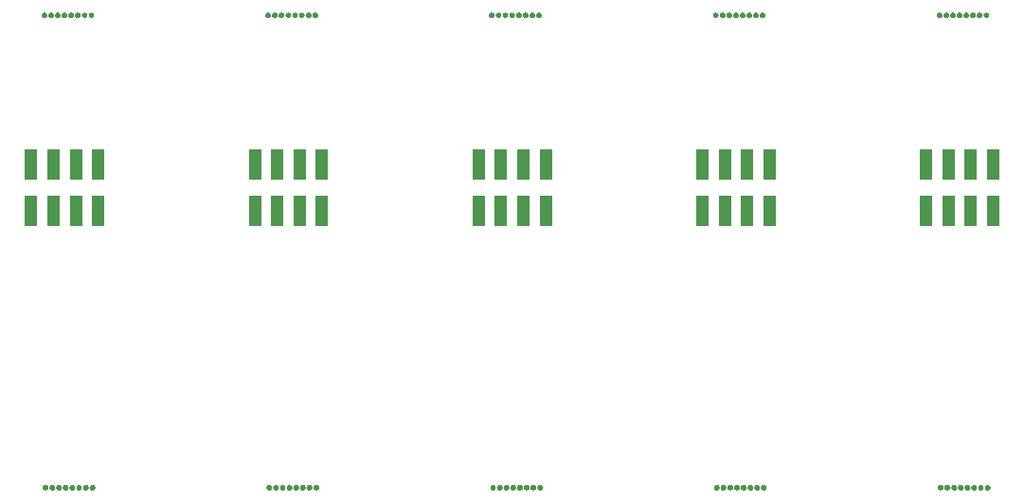
<source format=gbr>
G04 #@! TF.GenerationSoftware,KiCad,Pcbnew,(5.1.4)-1*
G04 #@! TF.CreationDate,2023-01-28T22:22:51+01:00*
G04 #@! TF.ProjectId,REG1-Front-Universal - Kopie,52454731-2d46-4726-9f6e-742d556e6976,V00.01*
G04 #@! TF.SameCoordinates,Original*
G04 #@! TF.FileFunction,Soldermask,Bot*
G04 #@! TF.FilePolarity,Negative*
%FSLAX46Y46*%
G04 Gerber Fmt 4.6, Leading zero omitted, Abs format (unit mm)*
G04 Created by KiCad (PCBNEW (5.1.4)-1) date 2023-01-28 22:22:51*
%MOMM*%
%LPD*%
G04 APERTURE LIST*
%ADD10C,0.100000*%
G04 APERTURE END LIST*
D10*
G36*
X124498967Y-151603823D02*
G01*
X124523214Y-151608646D01*
X124568893Y-151627567D01*
X124610003Y-151655036D01*
X124644964Y-151689997D01*
X124672433Y-151731107D01*
X124691354Y-151776786D01*
X124691354Y-151776787D01*
X124700962Y-151825087D01*
X124703807Y-151834466D01*
X124708428Y-151843111D01*
X124714082Y-151850000D01*
X124708427Y-151856891D01*
X124703807Y-151865535D01*
X124700962Y-151874913D01*
X124691354Y-151923214D01*
X124672433Y-151968893D01*
X124644964Y-152010003D01*
X124610003Y-152044964D01*
X124568893Y-152072433D01*
X124523214Y-152091354D01*
X124498967Y-152096177D01*
X124474722Y-152101000D01*
X124425278Y-152101000D01*
X124401033Y-152096177D01*
X124376786Y-152091354D01*
X124331107Y-152072433D01*
X124289997Y-152044964D01*
X124255036Y-152010003D01*
X124227567Y-151968893D01*
X124208646Y-151923214D01*
X124199038Y-151874913D01*
X124196193Y-151865534D01*
X124191572Y-151856889D01*
X124185918Y-151850000D01*
X124191573Y-151843109D01*
X124196193Y-151834465D01*
X124199038Y-151825087D01*
X124208646Y-151776787D01*
X124208646Y-151776786D01*
X124227567Y-151731107D01*
X124255036Y-151689997D01*
X124289997Y-151655036D01*
X124331107Y-151627567D01*
X124376786Y-151608646D01*
X124401033Y-151603823D01*
X124425278Y-151599000D01*
X124474722Y-151599000D01*
X124498967Y-151603823D01*
X124498967Y-151603823D01*
G37*
G36*
X125698967Y-151603823D02*
G01*
X125723214Y-151608646D01*
X125768893Y-151627567D01*
X125810003Y-151655036D01*
X125844964Y-151689997D01*
X125872433Y-151731107D01*
X125891354Y-151776786D01*
X125891354Y-151776787D01*
X125900962Y-151825087D01*
X125903807Y-151834466D01*
X125908428Y-151843111D01*
X125914082Y-151850000D01*
X125908427Y-151856891D01*
X125903807Y-151865535D01*
X125900962Y-151874913D01*
X125891354Y-151923214D01*
X125872433Y-151968893D01*
X125844964Y-152010003D01*
X125810003Y-152044964D01*
X125768893Y-152072433D01*
X125723214Y-152091354D01*
X125698967Y-152096177D01*
X125674722Y-152101000D01*
X125625278Y-152101000D01*
X125601033Y-152096177D01*
X125576786Y-152091354D01*
X125531107Y-152072433D01*
X125489997Y-152044964D01*
X125455036Y-152010003D01*
X125427567Y-151968893D01*
X125408646Y-151923214D01*
X125399038Y-151874913D01*
X125396193Y-151865534D01*
X125391572Y-151856889D01*
X125385918Y-151850000D01*
X125391573Y-151843109D01*
X125396193Y-151834465D01*
X125399038Y-151825087D01*
X125408646Y-151776787D01*
X125408646Y-151776786D01*
X125427567Y-151731107D01*
X125455036Y-151689997D01*
X125489997Y-151655036D01*
X125531107Y-151627567D01*
X125576786Y-151608646D01*
X125601033Y-151603823D01*
X125625278Y-151599000D01*
X125674722Y-151599000D01*
X125698967Y-151603823D01*
X125698967Y-151603823D01*
G37*
G36*
X106898967Y-151603823D02*
G01*
X106923214Y-151608646D01*
X106968893Y-151627567D01*
X107010003Y-151655036D01*
X107044964Y-151689997D01*
X107072433Y-151731107D01*
X107091354Y-151776786D01*
X107091354Y-151776787D01*
X107100962Y-151825087D01*
X107103807Y-151834466D01*
X107108428Y-151843111D01*
X107114082Y-151850000D01*
X107108427Y-151856891D01*
X107103807Y-151865535D01*
X107100962Y-151874913D01*
X107091354Y-151923214D01*
X107072433Y-151968893D01*
X107044964Y-152010003D01*
X107010003Y-152044964D01*
X106968893Y-152072433D01*
X106923214Y-152091354D01*
X106898967Y-152096177D01*
X106874722Y-152101000D01*
X106825278Y-152101000D01*
X106801033Y-152096177D01*
X106776786Y-152091354D01*
X106731107Y-152072433D01*
X106689997Y-152044964D01*
X106655036Y-152010003D01*
X106627567Y-151968893D01*
X106608646Y-151923214D01*
X106599038Y-151874913D01*
X106596193Y-151865534D01*
X106591572Y-151856889D01*
X106585918Y-151850000D01*
X106591573Y-151843109D01*
X106596193Y-151834465D01*
X106599038Y-151825087D01*
X106608646Y-151776787D01*
X106608646Y-151776786D01*
X106627567Y-151731107D01*
X106655036Y-151689997D01*
X106689997Y-151655036D01*
X106731107Y-151627567D01*
X106776786Y-151608646D01*
X106801033Y-151603823D01*
X106825278Y-151599000D01*
X106874722Y-151599000D01*
X106898967Y-151603823D01*
X106898967Y-151603823D01*
G37*
G36*
X108098967Y-151603823D02*
G01*
X108123214Y-151608646D01*
X108168893Y-151627567D01*
X108210003Y-151655036D01*
X108244964Y-151689997D01*
X108272433Y-151731107D01*
X108291354Y-151776786D01*
X108301000Y-151825279D01*
X108301000Y-151874721D01*
X108291354Y-151923214D01*
X108272433Y-151968893D01*
X108244964Y-152010003D01*
X108210003Y-152044964D01*
X108168893Y-152072433D01*
X108123214Y-152091354D01*
X108098967Y-152096177D01*
X108074722Y-152101000D01*
X108025278Y-152101000D01*
X108001033Y-152096177D01*
X107976786Y-152091354D01*
X107931107Y-152072433D01*
X107889997Y-152044964D01*
X107855036Y-152010003D01*
X107827567Y-151968893D01*
X107808646Y-151923214D01*
X107799038Y-151874913D01*
X107796193Y-151865534D01*
X107791572Y-151856889D01*
X107785918Y-151850000D01*
X107791573Y-151843109D01*
X107796193Y-151834465D01*
X107799038Y-151825087D01*
X107808646Y-151776787D01*
X107808646Y-151776786D01*
X107827567Y-151731107D01*
X107855036Y-151689997D01*
X107889997Y-151655036D01*
X107931107Y-151627567D01*
X107976786Y-151608646D01*
X108001033Y-151603823D01*
X108025278Y-151599000D01*
X108074722Y-151599000D01*
X108098967Y-151603823D01*
X108098967Y-151603823D01*
G37*
G36*
X107498967Y-151603823D02*
G01*
X107523214Y-151608646D01*
X107568893Y-151627567D01*
X107610003Y-151655036D01*
X107644964Y-151689997D01*
X107672433Y-151731107D01*
X107691354Y-151776786D01*
X107691354Y-151776787D01*
X107700962Y-151825087D01*
X107703807Y-151834466D01*
X107708428Y-151843111D01*
X107714082Y-151850000D01*
X107708427Y-151856891D01*
X107703807Y-151865535D01*
X107700962Y-151874913D01*
X107691354Y-151923214D01*
X107672433Y-151968893D01*
X107644964Y-152010003D01*
X107610003Y-152044964D01*
X107568893Y-152072433D01*
X107523214Y-152091354D01*
X107498967Y-152096177D01*
X107474722Y-152101000D01*
X107425278Y-152101000D01*
X107401033Y-152096177D01*
X107376786Y-152091354D01*
X107331107Y-152072433D01*
X107289997Y-152044964D01*
X107255036Y-152010003D01*
X107227567Y-151968893D01*
X107208646Y-151923214D01*
X107199038Y-151874913D01*
X107196193Y-151865534D01*
X107191572Y-151856889D01*
X107185918Y-151850000D01*
X107191573Y-151843109D01*
X107196193Y-151834465D01*
X107199038Y-151825087D01*
X107208646Y-151776787D01*
X107208646Y-151776786D01*
X107227567Y-151731107D01*
X107255036Y-151689997D01*
X107289997Y-151655036D01*
X107331107Y-151627567D01*
X107376786Y-151608646D01*
X107401033Y-151603823D01*
X107425278Y-151599000D01*
X107474722Y-151599000D01*
X107498967Y-151603823D01*
X107498967Y-151603823D01*
G37*
G36*
X106298967Y-151603823D02*
G01*
X106323214Y-151608646D01*
X106368893Y-151627567D01*
X106410003Y-151655036D01*
X106444964Y-151689997D01*
X106472433Y-151731107D01*
X106491354Y-151776786D01*
X106491354Y-151776787D01*
X106500962Y-151825087D01*
X106503807Y-151834466D01*
X106508428Y-151843111D01*
X106514082Y-151850000D01*
X106508427Y-151856891D01*
X106503807Y-151865535D01*
X106500962Y-151874913D01*
X106491354Y-151923214D01*
X106472433Y-151968893D01*
X106444964Y-152010003D01*
X106410003Y-152044964D01*
X106368893Y-152072433D01*
X106323214Y-152091354D01*
X106298967Y-152096177D01*
X106274722Y-152101000D01*
X106225278Y-152101000D01*
X106201033Y-152096177D01*
X106176786Y-152091354D01*
X106131107Y-152072433D01*
X106089997Y-152044964D01*
X106055036Y-152010003D01*
X106027567Y-151968893D01*
X106008646Y-151923214D01*
X105999038Y-151874913D01*
X105996193Y-151865534D01*
X105991572Y-151856889D01*
X105985918Y-151850000D01*
X105991573Y-151843109D01*
X105996193Y-151834465D01*
X105999038Y-151825087D01*
X106008646Y-151776787D01*
X106008646Y-151776786D01*
X106027567Y-151731107D01*
X106055036Y-151689997D01*
X106089997Y-151655036D01*
X106131107Y-151627567D01*
X106176786Y-151608646D01*
X106201033Y-151603823D01*
X106225278Y-151599000D01*
X106274722Y-151599000D01*
X106298967Y-151603823D01*
X106298967Y-151603823D01*
G37*
G36*
X103898967Y-151603823D02*
G01*
X103923214Y-151608646D01*
X103968893Y-151627567D01*
X104010003Y-151655036D01*
X104044964Y-151689997D01*
X104072433Y-151731107D01*
X104091354Y-151776786D01*
X104091354Y-151776787D01*
X104100962Y-151825087D01*
X104103807Y-151834466D01*
X104108428Y-151843111D01*
X104114082Y-151850000D01*
X104108427Y-151856891D01*
X104103807Y-151865535D01*
X104100962Y-151874913D01*
X104091354Y-151923214D01*
X104072433Y-151968893D01*
X104044964Y-152010003D01*
X104010003Y-152044964D01*
X103968893Y-152072433D01*
X103923214Y-152091354D01*
X103898967Y-152096177D01*
X103874722Y-152101000D01*
X103825278Y-152101000D01*
X103801033Y-152096177D01*
X103776786Y-152091354D01*
X103731107Y-152072433D01*
X103689997Y-152044964D01*
X103655036Y-152010003D01*
X103627567Y-151968893D01*
X103608646Y-151923214D01*
X103599000Y-151874721D01*
X103599000Y-151825279D01*
X103608646Y-151776786D01*
X103627567Y-151731107D01*
X103655036Y-151689997D01*
X103689997Y-151655036D01*
X103731107Y-151627567D01*
X103776786Y-151608646D01*
X103801033Y-151603823D01*
X103825278Y-151599000D01*
X103874722Y-151599000D01*
X103898967Y-151603823D01*
X103898967Y-151603823D01*
G37*
G36*
X104498967Y-151603823D02*
G01*
X104523214Y-151608646D01*
X104568893Y-151627567D01*
X104610003Y-151655036D01*
X104644964Y-151689997D01*
X104672433Y-151731107D01*
X104691354Y-151776786D01*
X104691354Y-151776787D01*
X104700962Y-151825087D01*
X104703807Y-151834466D01*
X104708428Y-151843111D01*
X104714082Y-151850000D01*
X104708427Y-151856891D01*
X104703807Y-151865535D01*
X104700962Y-151874913D01*
X104691354Y-151923214D01*
X104672433Y-151968893D01*
X104644964Y-152010003D01*
X104610003Y-152044964D01*
X104568893Y-152072433D01*
X104523214Y-152091354D01*
X104498967Y-152096177D01*
X104474722Y-152101000D01*
X104425278Y-152101000D01*
X104401033Y-152096177D01*
X104376786Y-152091354D01*
X104331107Y-152072433D01*
X104289997Y-152044964D01*
X104255036Y-152010003D01*
X104227567Y-151968893D01*
X104208646Y-151923214D01*
X104199038Y-151874913D01*
X104196193Y-151865534D01*
X104191572Y-151856889D01*
X104185918Y-151850000D01*
X104191573Y-151843109D01*
X104196193Y-151834465D01*
X104199038Y-151825087D01*
X104208646Y-151776787D01*
X104208646Y-151776786D01*
X104227567Y-151731107D01*
X104255036Y-151689997D01*
X104289997Y-151655036D01*
X104331107Y-151627567D01*
X104376786Y-151608646D01*
X104401033Y-151603823D01*
X104425278Y-151599000D01*
X104474722Y-151599000D01*
X104498967Y-151603823D01*
X104498967Y-151603823D01*
G37*
G36*
X105698967Y-151603823D02*
G01*
X105723214Y-151608646D01*
X105768893Y-151627567D01*
X105810003Y-151655036D01*
X105844964Y-151689997D01*
X105872433Y-151731107D01*
X105891354Y-151776786D01*
X105891354Y-151776787D01*
X105900962Y-151825087D01*
X105903807Y-151834466D01*
X105908428Y-151843111D01*
X105914082Y-151850000D01*
X105908427Y-151856891D01*
X105903807Y-151865535D01*
X105900962Y-151874913D01*
X105891354Y-151923214D01*
X105872433Y-151968893D01*
X105844964Y-152010003D01*
X105810003Y-152044964D01*
X105768893Y-152072433D01*
X105723214Y-152091354D01*
X105698967Y-152096177D01*
X105674722Y-152101000D01*
X105625278Y-152101000D01*
X105601033Y-152096177D01*
X105576786Y-152091354D01*
X105531107Y-152072433D01*
X105489997Y-152044964D01*
X105455036Y-152010003D01*
X105427567Y-151968893D01*
X105408646Y-151923214D01*
X105399038Y-151874913D01*
X105396193Y-151865534D01*
X105391572Y-151856889D01*
X105385918Y-151850000D01*
X105391573Y-151843109D01*
X105396193Y-151834465D01*
X105399038Y-151825087D01*
X105408646Y-151776787D01*
X105408646Y-151776786D01*
X105427567Y-151731107D01*
X105455036Y-151689997D01*
X105489997Y-151655036D01*
X105531107Y-151627567D01*
X105576786Y-151608646D01*
X105601033Y-151603823D01*
X105625278Y-151599000D01*
X105674722Y-151599000D01*
X105698967Y-151603823D01*
X105698967Y-151603823D01*
G37*
G36*
X105098967Y-151603823D02*
G01*
X105123214Y-151608646D01*
X105168893Y-151627567D01*
X105210003Y-151655036D01*
X105244964Y-151689997D01*
X105272433Y-151731107D01*
X105291354Y-151776786D01*
X105291354Y-151776787D01*
X105300962Y-151825087D01*
X105303807Y-151834466D01*
X105308428Y-151843111D01*
X105314082Y-151850000D01*
X105308427Y-151856891D01*
X105303807Y-151865535D01*
X105300962Y-151874913D01*
X105291354Y-151923214D01*
X105272433Y-151968893D01*
X105244964Y-152010003D01*
X105210003Y-152044964D01*
X105168893Y-152072433D01*
X105123214Y-152091354D01*
X105098967Y-152096177D01*
X105074722Y-152101000D01*
X105025278Y-152101000D01*
X105001033Y-152096177D01*
X104976786Y-152091354D01*
X104931107Y-152072433D01*
X104889997Y-152044964D01*
X104855036Y-152010003D01*
X104827567Y-151968893D01*
X104808646Y-151923214D01*
X104799038Y-151874913D01*
X104796193Y-151865534D01*
X104791572Y-151856889D01*
X104785918Y-151850000D01*
X104791573Y-151843109D01*
X104796193Y-151834465D01*
X104799038Y-151825087D01*
X104808646Y-151776787D01*
X104808646Y-151776786D01*
X104827567Y-151731107D01*
X104855036Y-151689997D01*
X104889997Y-151655036D01*
X104931107Y-151627567D01*
X104976786Y-151608646D01*
X105001033Y-151603823D01*
X105025278Y-151599000D01*
X105074722Y-151599000D01*
X105098967Y-151603823D01*
X105098967Y-151603823D01*
G37*
G36*
X125098967Y-151603823D02*
G01*
X125123214Y-151608646D01*
X125168893Y-151627567D01*
X125210003Y-151655036D01*
X125244964Y-151689997D01*
X125272433Y-151731107D01*
X125291354Y-151776786D01*
X125291354Y-151776787D01*
X125300962Y-151825087D01*
X125303807Y-151834466D01*
X125308428Y-151843111D01*
X125314082Y-151850000D01*
X125308427Y-151856891D01*
X125303807Y-151865535D01*
X125300962Y-151874913D01*
X125291354Y-151923214D01*
X125272433Y-151968893D01*
X125244964Y-152010003D01*
X125210003Y-152044964D01*
X125168893Y-152072433D01*
X125123214Y-152091354D01*
X125098967Y-152096177D01*
X125074722Y-152101000D01*
X125025278Y-152101000D01*
X125001033Y-152096177D01*
X124976786Y-152091354D01*
X124931107Y-152072433D01*
X124889997Y-152044964D01*
X124855036Y-152010003D01*
X124827567Y-151968893D01*
X124808646Y-151923214D01*
X124799038Y-151874913D01*
X124796193Y-151865534D01*
X124791572Y-151856889D01*
X124785918Y-151850000D01*
X124791573Y-151843109D01*
X124796193Y-151834465D01*
X124799038Y-151825087D01*
X124808646Y-151776787D01*
X124808646Y-151776786D01*
X124827567Y-151731107D01*
X124855036Y-151689997D01*
X124889997Y-151655036D01*
X124931107Y-151627567D01*
X124976786Y-151608646D01*
X125001033Y-151603823D01*
X125025278Y-151599000D01*
X125074722Y-151599000D01*
X125098967Y-151603823D01*
X125098967Y-151603823D01*
G37*
G36*
X146298967Y-151603823D02*
G01*
X146323214Y-151608646D01*
X146368893Y-151627567D01*
X146410003Y-151655036D01*
X146444964Y-151689997D01*
X146472433Y-151731107D01*
X146491354Y-151776786D01*
X146491354Y-151776787D01*
X146500962Y-151825087D01*
X146503807Y-151834466D01*
X146508428Y-151843111D01*
X146514082Y-151850000D01*
X146508427Y-151856891D01*
X146503807Y-151865535D01*
X146500962Y-151874913D01*
X146491354Y-151923214D01*
X146472433Y-151968893D01*
X146444964Y-152010003D01*
X146410003Y-152044964D01*
X146368893Y-152072433D01*
X146323214Y-152091354D01*
X146298967Y-152096177D01*
X146274722Y-152101000D01*
X146225278Y-152101000D01*
X146201033Y-152096177D01*
X146176786Y-152091354D01*
X146131107Y-152072433D01*
X146089997Y-152044964D01*
X146055036Y-152010003D01*
X146027567Y-151968893D01*
X146008646Y-151923214D01*
X145999038Y-151874913D01*
X145996193Y-151865534D01*
X145991572Y-151856889D01*
X145985918Y-151850000D01*
X145991573Y-151843109D01*
X145996193Y-151834465D01*
X145999038Y-151825087D01*
X146008646Y-151776787D01*
X146008646Y-151776786D01*
X146027567Y-151731107D01*
X146055036Y-151689997D01*
X146089997Y-151655036D01*
X146131107Y-151627567D01*
X146176786Y-151608646D01*
X146201033Y-151603823D01*
X146225278Y-151599000D01*
X146274722Y-151599000D01*
X146298967Y-151603823D01*
X146298967Y-151603823D01*
G37*
G36*
X123898967Y-151603823D02*
G01*
X123923214Y-151608646D01*
X123968893Y-151627567D01*
X124010003Y-151655036D01*
X124044964Y-151689997D01*
X124072433Y-151731107D01*
X124091354Y-151776786D01*
X124091354Y-151776787D01*
X124100962Y-151825087D01*
X124103807Y-151834466D01*
X124108428Y-151843111D01*
X124114082Y-151850000D01*
X124108427Y-151856891D01*
X124103807Y-151865535D01*
X124100962Y-151874913D01*
X124091354Y-151923214D01*
X124072433Y-151968893D01*
X124044964Y-152010003D01*
X124010003Y-152044964D01*
X123968893Y-152072433D01*
X123923214Y-152091354D01*
X123898967Y-152096177D01*
X123874722Y-152101000D01*
X123825278Y-152101000D01*
X123801033Y-152096177D01*
X123776786Y-152091354D01*
X123731107Y-152072433D01*
X123689997Y-152044964D01*
X123655036Y-152010003D01*
X123627567Y-151968893D01*
X123608646Y-151923214D01*
X123599000Y-151874721D01*
X123599000Y-151825279D01*
X123608646Y-151776786D01*
X123627567Y-151731107D01*
X123655036Y-151689997D01*
X123689997Y-151655036D01*
X123731107Y-151627567D01*
X123776786Y-151608646D01*
X123801033Y-151603823D01*
X123825278Y-151599000D01*
X123874722Y-151599000D01*
X123898967Y-151603823D01*
X123898967Y-151603823D01*
G37*
G36*
X126298967Y-151603823D02*
G01*
X126323214Y-151608646D01*
X126368893Y-151627567D01*
X126410003Y-151655036D01*
X126444964Y-151689997D01*
X126472433Y-151731107D01*
X126491354Y-151776786D01*
X126491354Y-151776787D01*
X126500962Y-151825087D01*
X126503807Y-151834466D01*
X126508428Y-151843111D01*
X126514082Y-151850000D01*
X126508427Y-151856891D01*
X126503807Y-151865535D01*
X126500962Y-151874913D01*
X126491354Y-151923214D01*
X126472433Y-151968893D01*
X126444964Y-152010003D01*
X126410003Y-152044964D01*
X126368893Y-152072433D01*
X126323214Y-152091354D01*
X126298967Y-152096177D01*
X126274722Y-152101000D01*
X126225278Y-152101000D01*
X126201033Y-152096177D01*
X126176786Y-152091354D01*
X126131107Y-152072433D01*
X126089997Y-152044964D01*
X126055036Y-152010003D01*
X126027567Y-151968893D01*
X126008646Y-151923214D01*
X125999038Y-151874913D01*
X125996193Y-151865534D01*
X125991572Y-151856889D01*
X125985918Y-151850000D01*
X125991573Y-151843109D01*
X125996193Y-151834465D01*
X125999038Y-151825087D01*
X126008646Y-151776787D01*
X126008646Y-151776786D01*
X126027567Y-151731107D01*
X126055036Y-151689997D01*
X126089997Y-151655036D01*
X126131107Y-151627567D01*
X126176786Y-151608646D01*
X126201033Y-151603823D01*
X126225278Y-151599000D01*
X126274722Y-151599000D01*
X126298967Y-151603823D01*
X126298967Y-151603823D01*
G37*
G36*
X127498967Y-151603823D02*
G01*
X127523214Y-151608646D01*
X127568893Y-151627567D01*
X127610003Y-151655036D01*
X127644964Y-151689997D01*
X127672433Y-151731107D01*
X127691354Y-151776786D01*
X127691354Y-151776787D01*
X127700962Y-151825087D01*
X127703807Y-151834466D01*
X127708428Y-151843111D01*
X127714082Y-151850000D01*
X127708427Y-151856891D01*
X127703807Y-151865535D01*
X127700962Y-151874913D01*
X127691354Y-151923214D01*
X127672433Y-151968893D01*
X127644964Y-152010003D01*
X127610003Y-152044964D01*
X127568893Y-152072433D01*
X127523214Y-152091354D01*
X127498967Y-152096177D01*
X127474722Y-152101000D01*
X127425278Y-152101000D01*
X127401033Y-152096177D01*
X127376786Y-152091354D01*
X127331107Y-152072433D01*
X127289997Y-152044964D01*
X127255036Y-152010003D01*
X127227567Y-151968893D01*
X127208646Y-151923214D01*
X127199038Y-151874913D01*
X127196193Y-151865534D01*
X127191572Y-151856889D01*
X127185918Y-151850000D01*
X127191573Y-151843109D01*
X127196193Y-151834465D01*
X127199038Y-151825087D01*
X127208646Y-151776787D01*
X127208646Y-151776786D01*
X127227567Y-151731107D01*
X127255036Y-151689997D01*
X127289997Y-151655036D01*
X127331107Y-151627567D01*
X127376786Y-151608646D01*
X127401033Y-151603823D01*
X127425278Y-151599000D01*
X127474722Y-151599000D01*
X127498967Y-151603823D01*
X127498967Y-151603823D01*
G37*
G36*
X128098967Y-151603823D02*
G01*
X128123214Y-151608646D01*
X128168893Y-151627567D01*
X128210003Y-151655036D01*
X128244964Y-151689997D01*
X128272433Y-151731107D01*
X128291354Y-151776786D01*
X128301000Y-151825279D01*
X128301000Y-151874721D01*
X128291354Y-151923214D01*
X128272433Y-151968893D01*
X128244964Y-152010003D01*
X128210003Y-152044964D01*
X128168893Y-152072433D01*
X128123214Y-152091354D01*
X128098967Y-152096177D01*
X128074722Y-152101000D01*
X128025278Y-152101000D01*
X128001033Y-152096177D01*
X127976786Y-152091354D01*
X127931107Y-152072433D01*
X127889997Y-152044964D01*
X127855036Y-152010003D01*
X127827567Y-151968893D01*
X127808646Y-151923214D01*
X127799038Y-151874913D01*
X127796193Y-151865534D01*
X127791572Y-151856889D01*
X127785918Y-151850000D01*
X127791573Y-151843109D01*
X127796193Y-151834465D01*
X127799038Y-151825087D01*
X127808646Y-151776787D01*
X127808646Y-151776786D01*
X127827567Y-151731107D01*
X127855036Y-151689997D01*
X127889997Y-151655036D01*
X127931107Y-151627567D01*
X127976786Y-151608646D01*
X128001033Y-151603823D01*
X128025278Y-151599000D01*
X128074722Y-151599000D01*
X128098967Y-151603823D01*
X128098967Y-151603823D01*
G37*
G36*
X126898967Y-151603823D02*
G01*
X126923214Y-151608646D01*
X126968893Y-151627567D01*
X127010003Y-151655036D01*
X127044964Y-151689997D01*
X127072433Y-151731107D01*
X127091354Y-151776786D01*
X127091354Y-151776787D01*
X127100962Y-151825087D01*
X127103807Y-151834466D01*
X127108428Y-151843111D01*
X127114082Y-151850000D01*
X127108427Y-151856891D01*
X127103807Y-151865535D01*
X127100962Y-151874913D01*
X127091354Y-151923214D01*
X127072433Y-151968893D01*
X127044964Y-152010003D01*
X127010003Y-152044964D01*
X126968893Y-152072433D01*
X126923214Y-152091354D01*
X126898967Y-152096177D01*
X126874722Y-152101000D01*
X126825278Y-152101000D01*
X126801033Y-152096177D01*
X126776786Y-152091354D01*
X126731107Y-152072433D01*
X126689997Y-152044964D01*
X126655036Y-152010003D01*
X126627567Y-151968893D01*
X126608646Y-151923214D01*
X126599038Y-151874913D01*
X126596193Y-151865534D01*
X126591572Y-151856889D01*
X126585918Y-151850000D01*
X126591573Y-151843109D01*
X126596193Y-151834465D01*
X126599038Y-151825087D01*
X126608646Y-151776787D01*
X126608646Y-151776786D01*
X126627567Y-151731107D01*
X126655036Y-151689997D01*
X126689997Y-151655036D01*
X126731107Y-151627567D01*
X126776786Y-151608646D01*
X126801033Y-151603823D01*
X126825278Y-151599000D01*
X126874722Y-151599000D01*
X126898967Y-151603823D01*
X126898967Y-151603823D01*
G37*
G36*
X145098967Y-151603823D02*
G01*
X145123214Y-151608646D01*
X145168893Y-151627567D01*
X145210003Y-151655036D01*
X145244964Y-151689997D01*
X145272433Y-151731107D01*
X145291354Y-151776786D01*
X145291354Y-151776787D01*
X145300962Y-151825087D01*
X145303807Y-151834466D01*
X145308428Y-151843111D01*
X145314082Y-151850000D01*
X145308427Y-151856891D01*
X145303807Y-151865535D01*
X145300962Y-151874913D01*
X145291354Y-151923214D01*
X145272433Y-151968893D01*
X145244964Y-152010003D01*
X145210003Y-152044964D01*
X145168893Y-152072433D01*
X145123214Y-152091354D01*
X145098967Y-152096177D01*
X145074722Y-152101000D01*
X145025278Y-152101000D01*
X145001033Y-152096177D01*
X144976786Y-152091354D01*
X144931107Y-152072433D01*
X144889997Y-152044964D01*
X144855036Y-152010003D01*
X144827567Y-151968893D01*
X144808646Y-151923214D01*
X144799038Y-151874913D01*
X144796193Y-151865534D01*
X144791572Y-151856889D01*
X144785918Y-151850000D01*
X144791573Y-151843109D01*
X144796193Y-151834465D01*
X144799038Y-151825087D01*
X144808646Y-151776787D01*
X144808646Y-151776786D01*
X144827567Y-151731107D01*
X144855036Y-151689997D01*
X144889997Y-151655036D01*
X144931107Y-151627567D01*
X144976786Y-151608646D01*
X145001033Y-151603823D01*
X145025278Y-151599000D01*
X145074722Y-151599000D01*
X145098967Y-151603823D01*
X145098967Y-151603823D01*
G37*
G36*
X145698967Y-151603823D02*
G01*
X145723214Y-151608646D01*
X145768893Y-151627567D01*
X145810003Y-151655036D01*
X145844964Y-151689997D01*
X145872433Y-151731107D01*
X145891354Y-151776786D01*
X145891354Y-151776787D01*
X145900962Y-151825087D01*
X145903807Y-151834466D01*
X145908428Y-151843111D01*
X145914082Y-151850000D01*
X145908427Y-151856891D01*
X145903807Y-151865535D01*
X145900962Y-151874913D01*
X145891354Y-151923214D01*
X145872433Y-151968893D01*
X145844964Y-152010003D01*
X145810003Y-152044964D01*
X145768893Y-152072433D01*
X145723214Y-152091354D01*
X145698967Y-152096177D01*
X145674722Y-152101000D01*
X145625278Y-152101000D01*
X145601033Y-152096177D01*
X145576786Y-152091354D01*
X145531107Y-152072433D01*
X145489997Y-152044964D01*
X145455036Y-152010003D01*
X145427567Y-151968893D01*
X145408646Y-151923214D01*
X145399038Y-151874913D01*
X145396193Y-151865534D01*
X145391572Y-151856889D01*
X145385918Y-151850000D01*
X145391573Y-151843109D01*
X145396193Y-151834465D01*
X145399038Y-151825087D01*
X145408646Y-151776787D01*
X145408646Y-151776786D01*
X145427567Y-151731107D01*
X145455036Y-151689997D01*
X145489997Y-151655036D01*
X145531107Y-151627567D01*
X145576786Y-151608646D01*
X145601033Y-151603823D01*
X145625278Y-151599000D01*
X145674722Y-151599000D01*
X145698967Y-151603823D01*
X145698967Y-151603823D01*
G37*
G36*
X144498967Y-151603823D02*
G01*
X144523214Y-151608646D01*
X144568893Y-151627567D01*
X144610003Y-151655036D01*
X144644964Y-151689997D01*
X144672433Y-151731107D01*
X144691354Y-151776786D01*
X144691354Y-151776787D01*
X144700962Y-151825087D01*
X144703807Y-151834466D01*
X144708428Y-151843111D01*
X144714082Y-151850000D01*
X144708427Y-151856891D01*
X144703807Y-151865535D01*
X144700962Y-151874913D01*
X144691354Y-151923214D01*
X144672433Y-151968893D01*
X144644964Y-152010003D01*
X144610003Y-152044964D01*
X144568893Y-152072433D01*
X144523214Y-152091354D01*
X144498967Y-152096177D01*
X144474722Y-152101000D01*
X144425278Y-152101000D01*
X144401033Y-152096177D01*
X144376786Y-152091354D01*
X144331107Y-152072433D01*
X144289997Y-152044964D01*
X144255036Y-152010003D01*
X144227567Y-151968893D01*
X144208646Y-151923214D01*
X144199038Y-151874913D01*
X144196193Y-151865534D01*
X144191572Y-151856889D01*
X144185918Y-151850000D01*
X144191573Y-151843109D01*
X144196193Y-151834465D01*
X144199038Y-151825087D01*
X144208646Y-151776787D01*
X144208646Y-151776786D01*
X144227567Y-151731107D01*
X144255036Y-151689997D01*
X144289997Y-151655036D01*
X144331107Y-151627567D01*
X144376786Y-151608646D01*
X144401033Y-151603823D01*
X144425278Y-151599000D01*
X144474722Y-151599000D01*
X144498967Y-151603823D01*
X144498967Y-151603823D01*
G37*
G36*
X168098967Y-151603823D02*
G01*
X168123214Y-151608646D01*
X168168893Y-151627567D01*
X168210003Y-151655036D01*
X168244964Y-151689997D01*
X168272433Y-151731107D01*
X168291354Y-151776786D01*
X168301000Y-151825279D01*
X168301000Y-151874721D01*
X168291354Y-151923214D01*
X168272433Y-151968893D01*
X168244964Y-152010003D01*
X168210003Y-152044964D01*
X168168893Y-152072433D01*
X168123214Y-152091354D01*
X168098967Y-152096177D01*
X168074722Y-152101000D01*
X168025278Y-152101000D01*
X168001033Y-152096177D01*
X167976786Y-152091354D01*
X167931107Y-152072433D01*
X167889997Y-152044964D01*
X167855036Y-152010003D01*
X167827567Y-151968893D01*
X167808646Y-151923214D01*
X167799038Y-151874913D01*
X167796193Y-151865534D01*
X167791572Y-151856889D01*
X167785918Y-151850000D01*
X167791573Y-151843109D01*
X167796193Y-151834465D01*
X167799038Y-151825087D01*
X167808646Y-151776787D01*
X167808646Y-151776786D01*
X167827567Y-151731107D01*
X167855036Y-151689997D01*
X167889997Y-151655036D01*
X167931107Y-151627567D01*
X167976786Y-151608646D01*
X168001033Y-151603823D01*
X168025278Y-151599000D01*
X168074722Y-151599000D01*
X168098967Y-151603823D01*
X168098967Y-151603823D01*
G37*
G36*
X188098967Y-151603823D02*
G01*
X188123214Y-151608646D01*
X188168893Y-151627567D01*
X188210003Y-151655036D01*
X188244964Y-151689997D01*
X188272433Y-151731107D01*
X188291354Y-151776786D01*
X188301000Y-151825279D01*
X188301000Y-151874721D01*
X188291354Y-151923214D01*
X188272433Y-151968893D01*
X188244964Y-152010003D01*
X188210003Y-152044964D01*
X188168893Y-152072433D01*
X188123214Y-152091354D01*
X188098967Y-152096177D01*
X188074722Y-152101000D01*
X188025278Y-152101000D01*
X188001033Y-152096177D01*
X187976786Y-152091354D01*
X187931107Y-152072433D01*
X187889997Y-152044964D01*
X187855036Y-152010003D01*
X187827567Y-151968893D01*
X187808646Y-151923214D01*
X187799038Y-151874913D01*
X187796193Y-151865534D01*
X187791572Y-151856889D01*
X187785918Y-151850000D01*
X187791573Y-151843109D01*
X187796193Y-151834465D01*
X187799038Y-151825087D01*
X187808646Y-151776787D01*
X187808646Y-151776786D01*
X187827567Y-151731107D01*
X187855036Y-151689997D01*
X187889997Y-151655036D01*
X187931107Y-151627567D01*
X187976786Y-151608646D01*
X188001033Y-151603823D01*
X188025278Y-151599000D01*
X188074722Y-151599000D01*
X188098967Y-151603823D01*
X188098967Y-151603823D01*
G37*
G36*
X186898967Y-151603823D02*
G01*
X186923214Y-151608646D01*
X186968893Y-151627567D01*
X187010003Y-151655036D01*
X187044964Y-151689997D01*
X187072433Y-151731107D01*
X187091354Y-151776786D01*
X187091354Y-151776787D01*
X187100962Y-151825087D01*
X187103807Y-151834466D01*
X187108428Y-151843111D01*
X187114082Y-151850000D01*
X187108427Y-151856891D01*
X187103807Y-151865535D01*
X187100962Y-151874913D01*
X187091354Y-151923214D01*
X187072433Y-151968893D01*
X187044964Y-152010003D01*
X187010003Y-152044964D01*
X186968893Y-152072433D01*
X186923214Y-152091354D01*
X186898967Y-152096177D01*
X186874722Y-152101000D01*
X186825278Y-152101000D01*
X186801033Y-152096177D01*
X186776786Y-152091354D01*
X186731107Y-152072433D01*
X186689997Y-152044964D01*
X186655036Y-152010003D01*
X186627567Y-151968893D01*
X186608646Y-151923214D01*
X186599038Y-151874913D01*
X186596193Y-151865534D01*
X186591572Y-151856889D01*
X186585918Y-151850000D01*
X186591573Y-151843109D01*
X186596193Y-151834465D01*
X186599038Y-151825087D01*
X186608646Y-151776787D01*
X186608646Y-151776786D01*
X186627567Y-151731107D01*
X186655036Y-151689997D01*
X186689997Y-151655036D01*
X186731107Y-151627567D01*
X186776786Y-151608646D01*
X186801033Y-151603823D01*
X186825278Y-151599000D01*
X186874722Y-151599000D01*
X186898967Y-151603823D01*
X186898967Y-151603823D01*
G37*
G36*
X147498967Y-151603823D02*
G01*
X147523214Y-151608646D01*
X147568893Y-151627567D01*
X147610003Y-151655036D01*
X147644964Y-151689997D01*
X147672433Y-151731107D01*
X147691354Y-151776786D01*
X147691354Y-151776787D01*
X147700962Y-151825087D01*
X147703807Y-151834466D01*
X147708428Y-151843111D01*
X147714082Y-151850000D01*
X147708427Y-151856891D01*
X147703807Y-151865535D01*
X147700962Y-151874913D01*
X147691354Y-151923214D01*
X147672433Y-151968893D01*
X147644964Y-152010003D01*
X147610003Y-152044964D01*
X147568893Y-152072433D01*
X147523214Y-152091354D01*
X147498967Y-152096177D01*
X147474722Y-152101000D01*
X147425278Y-152101000D01*
X147401033Y-152096177D01*
X147376786Y-152091354D01*
X147331107Y-152072433D01*
X147289997Y-152044964D01*
X147255036Y-152010003D01*
X147227567Y-151968893D01*
X147208646Y-151923214D01*
X147199038Y-151874913D01*
X147196193Y-151865534D01*
X147191572Y-151856889D01*
X147185918Y-151850000D01*
X147191573Y-151843109D01*
X147196193Y-151834465D01*
X147199038Y-151825087D01*
X147208646Y-151776787D01*
X147208646Y-151776786D01*
X147227567Y-151731107D01*
X147255036Y-151689997D01*
X147289997Y-151655036D01*
X147331107Y-151627567D01*
X147376786Y-151608646D01*
X147401033Y-151603823D01*
X147425278Y-151599000D01*
X147474722Y-151599000D01*
X147498967Y-151603823D01*
X147498967Y-151603823D01*
G37*
G36*
X148098967Y-151603823D02*
G01*
X148123214Y-151608646D01*
X148168893Y-151627567D01*
X148210003Y-151655036D01*
X148244964Y-151689997D01*
X148272433Y-151731107D01*
X148291354Y-151776786D01*
X148301000Y-151825279D01*
X148301000Y-151874721D01*
X148291354Y-151923214D01*
X148272433Y-151968893D01*
X148244964Y-152010003D01*
X148210003Y-152044964D01*
X148168893Y-152072433D01*
X148123214Y-152091354D01*
X148098967Y-152096177D01*
X148074722Y-152101000D01*
X148025278Y-152101000D01*
X148001033Y-152096177D01*
X147976786Y-152091354D01*
X147931107Y-152072433D01*
X147889997Y-152044964D01*
X147855036Y-152010003D01*
X147827567Y-151968893D01*
X147808646Y-151923214D01*
X147799038Y-151874913D01*
X147796193Y-151865534D01*
X147791572Y-151856889D01*
X147785918Y-151850000D01*
X147791573Y-151843109D01*
X147796193Y-151834465D01*
X147799038Y-151825087D01*
X147808646Y-151776787D01*
X147808646Y-151776786D01*
X147827567Y-151731107D01*
X147855036Y-151689997D01*
X147889997Y-151655036D01*
X147931107Y-151627567D01*
X147976786Y-151608646D01*
X148001033Y-151603823D01*
X148025278Y-151599000D01*
X148074722Y-151599000D01*
X148098967Y-151603823D01*
X148098967Y-151603823D01*
G37*
G36*
X146898967Y-151603823D02*
G01*
X146923214Y-151608646D01*
X146968893Y-151627567D01*
X147010003Y-151655036D01*
X147044964Y-151689997D01*
X147072433Y-151731107D01*
X147091354Y-151776786D01*
X147091354Y-151776787D01*
X147100962Y-151825087D01*
X147103807Y-151834466D01*
X147108428Y-151843111D01*
X147114082Y-151850000D01*
X147108427Y-151856891D01*
X147103807Y-151865535D01*
X147100962Y-151874913D01*
X147091354Y-151923214D01*
X147072433Y-151968893D01*
X147044964Y-152010003D01*
X147010003Y-152044964D01*
X146968893Y-152072433D01*
X146923214Y-152091354D01*
X146898967Y-152096177D01*
X146874722Y-152101000D01*
X146825278Y-152101000D01*
X146801033Y-152096177D01*
X146776786Y-152091354D01*
X146731107Y-152072433D01*
X146689997Y-152044964D01*
X146655036Y-152010003D01*
X146627567Y-151968893D01*
X146608646Y-151923214D01*
X146599038Y-151874913D01*
X146596193Y-151865534D01*
X146591572Y-151856889D01*
X146585918Y-151850000D01*
X146591573Y-151843109D01*
X146596193Y-151834465D01*
X146599038Y-151825087D01*
X146608646Y-151776787D01*
X146608646Y-151776786D01*
X146627567Y-151731107D01*
X146655036Y-151689997D01*
X146689997Y-151655036D01*
X146731107Y-151627567D01*
X146776786Y-151608646D01*
X146801033Y-151603823D01*
X146825278Y-151599000D01*
X146874722Y-151599000D01*
X146898967Y-151603823D01*
X146898967Y-151603823D01*
G37*
G36*
X165098967Y-151603823D02*
G01*
X165123214Y-151608646D01*
X165168893Y-151627567D01*
X165210003Y-151655036D01*
X165244964Y-151689997D01*
X165272433Y-151731107D01*
X165291354Y-151776786D01*
X165291354Y-151776787D01*
X165300962Y-151825087D01*
X165303807Y-151834466D01*
X165308428Y-151843111D01*
X165314082Y-151850000D01*
X165308427Y-151856891D01*
X165303807Y-151865535D01*
X165300962Y-151874913D01*
X165291354Y-151923214D01*
X165272433Y-151968893D01*
X165244964Y-152010003D01*
X165210003Y-152044964D01*
X165168893Y-152072433D01*
X165123214Y-152091354D01*
X165098967Y-152096177D01*
X165074722Y-152101000D01*
X165025278Y-152101000D01*
X165001033Y-152096177D01*
X164976786Y-152091354D01*
X164931107Y-152072433D01*
X164889997Y-152044964D01*
X164855036Y-152010003D01*
X164827567Y-151968893D01*
X164808646Y-151923214D01*
X164799038Y-151874913D01*
X164796193Y-151865534D01*
X164791572Y-151856889D01*
X164785918Y-151850000D01*
X164791573Y-151843109D01*
X164796193Y-151834465D01*
X164799038Y-151825087D01*
X164808646Y-151776787D01*
X164808646Y-151776786D01*
X164827567Y-151731107D01*
X164855036Y-151689997D01*
X164889997Y-151655036D01*
X164931107Y-151627567D01*
X164976786Y-151608646D01*
X165001033Y-151603823D01*
X165025278Y-151599000D01*
X165074722Y-151599000D01*
X165098967Y-151603823D01*
X165098967Y-151603823D01*
G37*
G36*
X165698967Y-151603823D02*
G01*
X165723214Y-151608646D01*
X165768893Y-151627567D01*
X165810003Y-151655036D01*
X165844964Y-151689997D01*
X165872433Y-151731107D01*
X165891354Y-151776786D01*
X165891354Y-151776787D01*
X165900962Y-151825087D01*
X165903807Y-151834466D01*
X165908428Y-151843111D01*
X165914082Y-151850000D01*
X165908427Y-151856891D01*
X165903807Y-151865535D01*
X165900962Y-151874913D01*
X165891354Y-151923214D01*
X165872433Y-151968893D01*
X165844964Y-152010003D01*
X165810003Y-152044964D01*
X165768893Y-152072433D01*
X165723214Y-152091354D01*
X165698967Y-152096177D01*
X165674722Y-152101000D01*
X165625278Y-152101000D01*
X165601033Y-152096177D01*
X165576786Y-152091354D01*
X165531107Y-152072433D01*
X165489997Y-152044964D01*
X165455036Y-152010003D01*
X165427567Y-151968893D01*
X165408646Y-151923214D01*
X165399038Y-151874913D01*
X165396193Y-151865534D01*
X165391572Y-151856889D01*
X165385918Y-151850000D01*
X165391573Y-151843109D01*
X165396193Y-151834465D01*
X165399038Y-151825087D01*
X165408646Y-151776787D01*
X165408646Y-151776786D01*
X165427567Y-151731107D01*
X165455036Y-151689997D01*
X165489997Y-151655036D01*
X165531107Y-151627567D01*
X165576786Y-151608646D01*
X165601033Y-151603823D01*
X165625278Y-151599000D01*
X165674722Y-151599000D01*
X165698967Y-151603823D01*
X165698967Y-151603823D01*
G37*
G36*
X164498967Y-151603823D02*
G01*
X164523214Y-151608646D01*
X164568893Y-151627567D01*
X164610003Y-151655036D01*
X164644964Y-151689997D01*
X164672433Y-151731107D01*
X164691354Y-151776786D01*
X164691354Y-151776787D01*
X164700962Y-151825087D01*
X164703807Y-151834466D01*
X164708428Y-151843111D01*
X164714082Y-151850000D01*
X164708427Y-151856891D01*
X164703807Y-151865535D01*
X164700962Y-151874913D01*
X164691354Y-151923214D01*
X164672433Y-151968893D01*
X164644964Y-152010003D01*
X164610003Y-152044964D01*
X164568893Y-152072433D01*
X164523214Y-152091354D01*
X164498967Y-152096177D01*
X164474722Y-152101000D01*
X164425278Y-152101000D01*
X164401033Y-152096177D01*
X164376786Y-152091354D01*
X164331107Y-152072433D01*
X164289997Y-152044964D01*
X164255036Y-152010003D01*
X164227567Y-151968893D01*
X164208646Y-151923214D01*
X164199038Y-151874913D01*
X164196193Y-151865534D01*
X164191572Y-151856889D01*
X164185918Y-151850000D01*
X164191573Y-151843109D01*
X164196193Y-151834465D01*
X164199038Y-151825087D01*
X164208646Y-151776787D01*
X164208646Y-151776786D01*
X164227567Y-151731107D01*
X164255036Y-151689997D01*
X164289997Y-151655036D01*
X164331107Y-151627567D01*
X164376786Y-151608646D01*
X164401033Y-151603823D01*
X164425278Y-151599000D01*
X164474722Y-151599000D01*
X164498967Y-151603823D01*
X164498967Y-151603823D01*
G37*
G36*
X163898967Y-151603823D02*
G01*
X163923214Y-151608646D01*
X163968893Y-151627567D01*
X164010003Y-151655036D01*
X164044964Y-151689997D01*
X164072433Y-151731107D01*
X164091354Y-151776786D01*
X164091354Y-151776787D01*
X164100962Y-151825087D01*
X164103807Y-151834466D01*
X164108428Y-151843111D01*
X164114082Y-151850000D01*
X164108427Y-151856891D01*
X164103807Y-151865535D01*
X164100962Y-151874913D01*
X164091354Y-151923214D01*
X164072433Y-151968893D01*
X164044964Y-152010003D01*
X164010003Y-152044964D01*
X163968893Y-152072433D01*
X163923214Y-152091354D01*
X163898967Y-152096177D01*
X163874722Y-152101000D01*
X163825278Y-152101000D01*
X163801033Y-152096177D01*
X163776786Y-152091354D01*
X163731107Y-152072433D01*
X163689997Y-152044964D01*
X163655036Y-152010003D01*
X163627567Y-151968893D01*
X163608646Y-151923214D01*
X163599000Y-151874721D01*
X163599000Y-151825279D01*
X163608646Y-151776786D01*
X163627567Y-151731107D01*
X163655036Y-151689997D01*
X163689997Y-151655036D01*
X163731107Y-151627567D01*
X163776786Y-151608646D01*
X163801033Y-151603823D01*
X163825278Y-151599000D01*
X163874722Y-151599000D01*
X163898967Y-151603823D01*
X163898967Y-151603823D01*
G37*
G36*
X166298967Y-151603823D02*
G01*
X166323214Y-151608646D01*
X166368893Y-151627567D01*
X166410003Y-151655036D01*
X166444964Y-151689997D01*
X166472433Y-151731107D01*
X166491354Y-151776786D01*
X166491354Y-151776787D01*
X166500962Y-151825087D01*
X166503807Y-151834466D01*
X166508428Y-151843111D01*
X166514082Y-151850000D01*
X166508427Y-151856891D01*
X166503807Y-151865535D01*
X166500962Y-151874913D01*
X166491354Y-151923214D01*
X166472433Y-151968893D01*
X166444964Y-152010003D01*
X166410003Y-152044964D01*
X166368893Y-152072433D01*
X166323214Y-152091354D01*
X166298967Y-152096177D01*
X166274722Y-152101000D01*
X166225278Y-152101000D01*
X166201033Y-152096177D01*
X166176786Y-152091354D01*
X166131107Y-152072433D01*
X166089997Y-152044964D01*
X166055036Y-152010003D01*
X166027567Y-151968893D01*
X166008646Y-151923214D01*
X165999038Y-151874913D01*
X165996193Y-151865534D01*
X165991572Y-151856889D01*
X165985918Y-151850000D01*
X165991573Y-151843109D01*
X165996193Y-151834465D01*
X165999038Y-151825087D01*
X166008646Y-151776787D01*
X166008646Y-151776786D01*
X166027567Y-151731107D01*
X166055036Y-151689997D01*
X166089997Y-151655036D01*
X166131107Y-151627567D01*
X166176786Y-151608646D01*
X166201033Y-151603823D01*
X166225278Y-151599000D01*
X166274722Y-151599000D01*
X166298967Y-151603823D01*
X166298967Y-151603823D01*
G37*
G36*
X143898967Y-151603823D02*
G01*
X143923214Y-151608646D01*
X143968893Y-151627567D01*
X144010003Y-151655036D01*
X144044964Y-151689997D01*
X144072433Y-151731107D01*
X144091354Y-151776786D01*
X144091354Y-151776787D01*
X144100962Y-151825087D01*
X144103807Y-151834466D01*
X144108428Y-151843111D01*
X144114082Y-151850000D01*
X144108427Y-151856891D01*
X144103807Y-151865535D01*
X144100962Y-151874913D01*
X144091354Y-151923214D01*
X144072433Y-151968893D01*
X144044964Y-152010003D01*
X144010003Y-152044964D01*
X143968893Y-152072433D01*
X143923214Y-152091354D01*
X143898967Y-152096177D01*
X143874722Y-152101000D01*
X143825278Y-152101000D01*
X143801033Y-152096177D01*
X143776786Y-152091354D01*
X143731107Y-152072433D01*
X143689997Y-152044964D01*
X143655036Y-152010003D01*
X143627567Y-151968893D01*
X143608646Y-151923214D01*
X143599000Y-151874721D01*
X143599000Y-151825279D01*
X143608646Y-151776786D01*
X143627567Y-151731107D01*
X143655036Y-151689997D01*
X143689997Y-151655036D01*
X143731107Y-151627567D01*
X143776786Y-151608646D01*
X143801033Y-151603823D01*
X143825278Y-151599000D01*
X143874722Y-151599000D01*
X143898967Y-151603823D01*
X143898967Y-151603823D01*
G37*
G36*
X166898967Y-151603823D02*
G01*
X166923214Y-151608646D01*
X166968893Y-151627567D01*
X167010003Y-151655036D01*
X167044964Y-151689997D01*
X167072433Y-151731107D01*
X167091354Y-151776786D01*
X167091354Y-151776787D01*
X167100962Y-151825087D01*
X167103807Y-151834466D01*
X167108428Y-151843111D01*
X167114082Y-151850000D01*
X167108427Y-151856891D01*
X167103807Y-151865535D01*
X167100962Y-151874913D01*
X167091354Y-151923214D01*
X167072433Y-151968893D01*
X167044964Y-152010003D01*
X167010003Y-152044964D01*
X166968893Y-152072433D01*
X166923214Y-152091354D01*
X166898967Y-152096177D01*
X166874722Y-152101000D01*
X166825278Y-152101000D01*
X166801033Y-152096177D01*
X166776786Y-152091354D01*
X166731107Y-152072433D01*
X166689997Y-152044964D01*
X166655036Y-152010003D01*
X166627567Y-151968893D01*
X166608646Y-151923214D01*
X166599038Y-151874913D01*
X166596193Y-151865534D01*
X166591572Y-151856889D01*
X166585918Y-151850000D01*
X166591573Y-151843109D01*
X166596193Y-151834465D01*
X166599038Y-151825087D01*
X166608646Y-151776787D01*
X166608646Y-151776786D01*
X166627567Y-151731107D01*
X166655036Y-151689997D01*
X166689997Y-151655036D01*
X166731107Y-151627567D01*
X166776786Y-151608646D01*
X166801033Y-151603823D01*
X166825278Y-151599000D01*
X166874722Y-151599000D01*
X166898967Y-151603823D01*
X166898967Y-151603823D01*
G37*
G36*
X185098967Y-151603823D02*
G01*
X185123214Y-151608646D01*
X185168893Y-151627567D01*
X185210003Y-151655036D01*
X185244964Y-151689997D01*
X185272433Y-151731107D01*
X185291354Y-151776786D01*
X185291354Y-151776787D01*
X185300962Y-151825087D01*
X185303807Y-151834466D01*
X185308428Y-151843111D01*
X185314082Y-151850000D01*
X185308427Y-151856891D01*
X185303807Y-151865535D01*
X185300962Y-151874913D01*
X185291354Y-151923214D01*
X185272433Y-151968893D01*
X185244964Y-152010003D01*
X185210003Y-152044964D01*
X185168893Y-152072433D01*
X185123214Y-152091354D01*
X185098967Y-152096177D01*
X185074722Y-152101000D01*
X185025278Y-152101000D01*
X185001033Y-152096177D01*
X184976786Y-152091354D01*
X184931107Y-152072433D01*
X184889997Y-152044964D01*
X184855036Y-152010003D01*
X184827567Y-151968893D01*
X184808646Y-151923214D01*
X184799038Y-151874913D01*
X184796193Y-151865534D01*
X184791572Y-151856889D01*
X184785918Y-151850000D01*
X184791573Y-151843109D01*
X184796193Y-151834465D01*
X184799038Y-151825087D01*
X184808646Y-151776787D01*
X184808646Y-151776786D01*
X184827567Y-151731107D01*
X184855036Y-151689997D01*
X184889997Y-151655036D01*
X184931107Y-151627567D01*
X184976786Y-151608646D01*
X185001033Y-151603823D01*
X185025278Y-151599000D01*
X185074722Y-151599000D01*
X185098967Y-151603823D01*
X185098967Y-151603823D01*
G37*
G36*
X185698967Y-151603823D02*
G01*
X185723214Y-151608646D01*
X185768893Y-151627567D01*
X185810003Y-151655036D01*
X185844964Y-151689997D01*
X185872433Y-151731107D01*
X185891354Y-151776786D01*
X185891354Y-151776787D01*
X185900962Y-151825087D01*
X185903807Y-151834466D01*
X185908428Y-151843111D01*
X185914082Y-151850000D01*
X185908427Y-151856891D01*
X185903807Y-151865535D01*
X185900962Y-151874913D01*
X185891354Y-151923214D01*
X185872433Y-151968893D01*
X185844964Y-152010003D01*
X185810003Y-152044964D01*
X185768893Y-152072433D01*
X185723214Y-152091354D01*
X185698967Y-152096177D01*
X185674722Y-152101000D01*
X185625278Y-152101000D01*
X185601033Y-152096177D01*
X185576786Y-152091354D01*
X185531107Y-152072433D01*
X185489997Y-152044964D01*
X185455036Y-152010003D01*
X185427567Y-151968893D01*
X185408646Y-151923214D01*
X185399038Y-151874913D01*
X185396193Y-151865534D01*
X185391572Y-151856889D01*
X185385918Y-151850000D01*
X185391573Y-151843109D01*
X185396193Y-151834465D01*
X185399038Y-151825087D01*
X185408646Y-151776787D01*
X185408646Y-151776786D01*
X185427567Y-151731107D01*
X185455036Y-151689997D01*
X185489997Y-151655036D01*
X185531107Y-151627567D01*
X185576786Y-151608646D01*
X185601033Y-151603823D01*
X185625278Y-151599000D01*
X185674722Y-151599000D01*
X185698967Y-151603823D01*
X185698967Y-151603823D01*
G37*
G36*
X184498967Y-151603823D02*
G01*
X184523214Y-151608646D01*
X184568893Y-151627567D01*
X184610003Y-151655036D01*
X184644964Y-151689997D01*
X184672433Y-151731107D01*
X184691354Y-151776786D01*
X184691354Y-151776787D01*
X184700962Y-151825087D01*
X184703807Y-151834466D01*
X184708428Y-151843111D01*
X184714082Y-151850000D01*
X184708427Y-151856891D01*
X184703807Y-151865535D01*
X184700962Y-151874913D01*
X184691354Y-151923214D01*
X184672433Y-151968893D01*
X184644964Y-152010003D01*
X184610003Y-152044964D01*
X184568893Y-152072433D01*
X184523214Y-152091354D01*
X184498967Y-152096177D01*
X184474722Y-152101000D01*
X184425278Y-152101000D01*
X184401033Y-152096177D01*
X184376786Y-152091354D01*
X184331107Y-152072433D01*
X184289997Y-152044964D01*
X184255036Y-152010003D01*
X184227567Y-151968893D01*
X184208646Y-151923214D01*
X184199038Y-151874913D01*
X184196193Y-151865534D01*
X184191572Y-151856889D01*
X184185918Y-151850000D01*
X184191573Y-151843109D01*
X184196193Y-151834465D01*
X184199038Y-151825087D01*
X184208646Y-151776787D01*
X184208646Y-151776786D01*
X184227567Y-151731107D01*
X184255036Y-151689997D01*
X184289997Y-151655036D01*
X184331107Y-151627567D01*
X184376786Y-151608646D01*
X184401033Y-151603823D01*
X184425278Y-151599000D01*
X184474722Y-151599000D01*
X184498967Y-151603823D01*
X184498967Y-151603823D01*
G37*
G36*
X183898967Y-151603823D02*
G01*
X183923214Y-151608646D01*
X183968893Y-151627567D01*
X184010003Y-151655036D01*
X184044964Y-151689997D01*
X184072433Y-151731107D01*
X184091354Y-151776786D01*
X184091354Y-151776787D01*
X184100962Y-151825087D01*
X184103807Y-151834466D01*
X184108428Y-151843111D01*
X184114082Y-151850000D01*
X184108427Y-151856891D01*
X184103807Y-151865535D01*
X184100962Y-151874913D01*
X184091354Y-151923214D01*
X184072433Y-151968893D01*
X184044964Y-152010003D01*
X184010003Y-152044964D01*
X183968893Y-152072433D01*
X183923214Y-152091354D01*
X183898967Y-152096177D01*
X183874722Y-152101000D01*
X183825278Y-152101000D01*
X183801033Y-152096177D01*
X183776786Y-152091354D01*
X183731107Y-152072433D01*
X183689997Y-152044964D01*
X183655036Y-152010003D01*
X183627567Y-151968893D01*
X183608646Y-151923214D01*
X183599000Y-151874721D01*
X183599000Y-151825279D01*
X183608646Y-151776786D01*
X183627567Y-151731107D01*
X183655036Y-151689997D01*
X183689997Y-151655036D01*
X183731107Y-151627567D01*
X183776786Y-151608646D01*
X183801033Y-151603823D01*
X183825278Y-151599000D01*
X183874722Y-151599000D01*
X183898967Y-151603823D01*
X183898967Y-151603823D01*
G37*
G36*
X186298967Y-151603823D02*
G01*
X186323214Y-151608646D01*
X186368893Y-151627567D01*
X186410003Y-151655036D01*
X186444964Y-151689997D01*
X186472433Y-151731107D01*
X186491354Y-151776786D01*
X186491354Y-151776787D01*
X186500962Y-151825087D01*
X186503807Y-151834466D01*
X186508428Y-151843111D01*
X186514082Y-151850000D01*
X186508427Y-151856891D01*
X186503807Y-151865535D01*
X186500962Y-151874913D01*
X186491354Y-151923214D01*
X186472433Y-151968893D01*
X186444964Y-152010003D01*
X186410003Y-152044964D01*
X186368893Y-152072433D01*
X186323214Y-152091354D01*
X186298967Y-152096177D01*
X186274722Y-152101000D01*
X186225278Y-152101000D01*
X186201033Y-152096177D01*
X186176786Y-152091354D01*
X186131107Y-152072433D01*
X186089997Y-152044964D01*
X186055036Y-152010003D01*
X186027567Y-151968893D01*
X186008646Y-151923214D01*
X185999038Y-151874913D01*
X185996193Y-151865534D01*
X185991572Y-151856889D01*
X185985918Y-151850000D01*
X185991573Y-151843109D01*
X185996193Y-151834465D01*
X185999038Y-151825087D01*
X186008646Y-151776787D01*
X186008646Y-151776786D01*
X186027567Y-151731107D01*
X186055036Y-151689997D01*
X186089997Y-151655036D01*
X186131107Y-151627567D01*
X186176786Y-151608646D01*
X186201033Y-151603823D01*
X186225278Y-151599000D01*
X186274722Y-151599000D01*
X186298967Y-151603823D01*
X186298967Y-151603823D01*
G37*
G36*
X187498967Y-151603823D02*
G01*
X187523214Y-151608646D01*
X187568893Y-151627567D01*
X187610003Y-151655036D01*
X187644964Y-151689997D01*
X187672433Y-151731107D01*
X187691354Y-151776786D01*
X187691354Y-151776787D01*
X187700962Y-151825087D01*
X187703807Y-151834466D01*
X187708428Y-151843111D01*
X187714082Y-151850000D01*
X187708427Y-151856891D01*
X187703807Y-151865535D01*
X187700962Y-151874913D01*
X187691354Y-151923214D01*
X187672433Y-151968893D01*
X187644964Y-152010003D01*
X187610003Y-152044964D01*
X187568893Y-152072433D01*
X187523214Y-152091354D01*
X187498967Y-152096177D01*
X187474722Y-152101000D01*
X187425278Y-152101000D01*
X187401033Y-152096177D01*
X187376786Y-152091354D01*
X187331107Y-152072433D01*
X187289997Y-152044964D01*
X187255036Y-152010003D01*
X187227567Y-151968893D01*
X187208646Y-151923214D01*
X187199038Y-151874913D01*
X187196193Y-151865534D01*
X187191572Y-151856889D01*
X187185918Y-151850000D01*
X187191573Y-151843109D01*
X187196193Y-151834465D01*
X187199038Y-151825087D01*
X187208646Y-151776787D01*
X187208646Y-151776786D01*
X187227567Y-151731107D01*
X187255036Y-151689997D01*
X187289997Y-151655036D01*
X187331107Y-151627567D01*
X187376786Y-151608646D01*
X187401033Y-151603823D01*
X187425278Y-151599000D01*
X187474722Y-151599000D01*
X187498967Y-151603823D01*
X187498967Y-151603823D01*
G37*
G36*
X167498967Y-151603823D02*
G01*
X167523214Y-151608646D01*
X167568893Y-151627567D01*
X167610003Y-151655036D01*
X167644964Y-151689997D01*
X167672433Y-151731107D01*
X167691354Y-151776786D01*
X167691354Y-151776787D01*
X167700962Y-151825087D01*
X167703807Y-151834466D01*
X167708428Y-151843111D01*
X167714082Y-151850000D01*
X167708427Y-151856891D01*
X167703807Y-151865535D01*
X167700962Y-151874913D01*
X167691354Y-151923214D01*
X167672433Y-151968893D01*
X167644964Y-152010003D01*
X167610003Y-152044964D01*
X167568893Y-152072433D01*
X167523214Y-152091354D01*
X167498967Y-152096177D01*
X167474722Y-152101000D01*
X167425278Y-152101000D01*
X167401033Y-152096177D01*
X167376786Y-152091354D01*
X167331107Y-152072433D01*
X167289997Y-152044964D01*
X167255036Y-152010003D01*
X167227567Y-151968893D01*
X167208646Y-151923214D01*
X167199038Y-151874913D01*
X167196193Y-151865534D01*
X167191572Y-151856889D01*
X167185918Y-151850000D01*
X167191573Y-151843109D01*
X167196193Y-151834465D01*
X167199038Y-151825087D01*
X167208646Y-151776787D01*
X167208646Y-151776786D01*
X167227567Y-151731107D01*
X167255036Y-151689997D01*
X167289997Y-151655036D01*
X167331107Y-151627567D01*
X167376786Y-151608646D01*
X167401033Y-151603823D01*
X167425278Y-151599000D01*
X167474722Y-151599000D01*
X167498967Y-151603823D01*
X167498967Y-151603823D01*
G37*
G36*
X149111000Y-128406000D02*
G01*
X148009000Y-128406000D01*
X148009000Y-125724000D01*
X149111000Y-125724000D01*
X149111000Y-128406000D01*
X149111000Y-128406000D01*
G37*
G36*
X183111000Y-128406000D02*
G01*
X182009000Y-128406000D01*
X182009000Y-125724000D01*
X183111000Y-125724000D01*
X183111000Y-128406000D01*
X183111000Y-128406000D01*
G37*
G36*
X145111000Y-128406000D02*
G01*
X144009000Y-128406000D01*
X144009000Y-125724000D01*
X145111000Y-125724000D01*
X145111000Y-128406000D01*
X145111000Y-128406000D01*
G37*
G36*
X143111000Y-128406000D02*
G01*
X142009000Y-128406000D01*
X142009000Y-125724000D01*
X143111000Y-125724000D01*
X143111000Y-128406000D01*
X143111000Y-128406000D01*
G37*
G36*
X107111000Y-128406000D02*
G01*
X106009000Y-128406000D01*
X106009000Y-125724000D01*
X107111000Y-125724000D01*
X107111000Y-128406000D01*
X107111000Y-128406000D01*
G37*
G36*
X169111000Y-128406000D02*
G01*
X168009000Y-128406000D01*
X168009000Y-125724000D01*
X169111000Y-125724000D01*
X169111000Y-128406000D01*
X169111000Y-128406000D01*
G37*
G36*
X167111000Y-128406000D02*
G01*
X166009000Y-128406000D01*
X166009000Y-125724000D01*
X167111000Y-125724000D01*
X167111000Y-128406000D01*
X167111000Y-128406000D01*
G37*
G36*
X165111000Y-128406000D02*
G01*
X164009000Y-128406000D01*
X164009000Y-125724000D01*
X165111000Y-125724000D01*
X165111000Y-128406000D01*
X165111000Y-128406000D01*
G37*
G36*
X163111000Y-128406000D02*
G01*
X162009000Y-128406000D01*
X162009000Y-125724000D01*
X163111000Y-125724000D01*
X163111000Y-128406000D01*
X163111000Y-128406000D01*
G37*
G36*
X187111000Y-128406000D02*
G01*
X186009000Y-128406000D01*
X186009000Y-125724000D01*
X187111000Y-125724000D01*
X187111000Y-128406000D01*
X187111000Y-128406000D01*
G37*
G36*
X125111000Y-128406000D02*
G01*
X124009000Y-128406000D01*
X124009000Y-125724000D01*
X125111000Y-125724000D01*
X125111000Y-128406000D01*
X125111000Y-128406000D01*
G37*
G36*
X127111000Y-128406000D02*
G01*
X126009000Y-128406000D01*
X126009000Y-125724000D01*
X127111000Y-125724000D01*
X127111000Y-128406000D01*
X127111000Y-128406000D01*
G37*
G36*
X129111000Y-128406000D02*
G01*
X128009000Y-128406000D01*
X128009000Y-125724000D01*
X129111000Y-125724000D01*
X129111000Y-128406000D01*
X129111000Y-128406000D01*
G37*
G36*
X109111000Y-128406000D02*
G01*
X108009000Y-128406000D01*
X108009000Y-125724000D01*
X109111000Y-125724000D01*
X109111000Y-128406000D01*
X109111000Y-128406000D01*
G37*
G36*
X105111000Y-128406000D02*
G01*
X104009000Y-128406000D01*
X104009000Y-125724000D01*
X105111000Y-125724000D01*
X105111000Y-128406000D01*
X105111000Y-128406000D01*
G37*
G36*
X103111000Y-128406000D02*
G01*
X102009000Y-128406000D01*
X102009000Y-125724000D01*
X103111000Y-125724000D01*
X103111000Y-128406000D01*
X103111000Y-128406000D01*
G37*
G36*
X147111000Y-128406000D02*
G01*
X146009000Y-128406000D01*
X146009000Y-125724000D01*
X147111000Y-125724000D01*
X147111000Y-128406000D01*
X147111000Y-128406000D01*
G37*
G36*
X185111000Y-128406000D02*
G01*
X184009000Y-128406000D01*
X184009000Y-125724000D01*
X185111000Y-125724000D01*
X185111000Y-128406000D01*
X185111000Y-128406000D01*
G37*
G36*
X189111000Y-128406000D02*
G01*
X188009000Y-128406000D01*
X188009000Y-125724000D01*
X189111000Y-125724000D01*
X189111000Y-128406000D01*
X189111000Y-128406000D01*
G37*
G36*
X123111000Y-128406000D02*
G01*
X122009000Y-128406000D01*
X122009000Y-125724000D01*
X123111000Y-125724000D01*
X123111000Y-128406000D01*
X123111000Y-128406000D01*
G37*
G36*
X167111000Y-124236000D02*
G01*
X166009000Y-124236000D01*
X166009000Y-121554000D01*
X167111000Y-121554000D01*
X167111000Y-124236000D01*
X167111000Y-124236000D01*
G37*
G36*
X165111000Y-124236000D02*
G01*
X164009000Y-124236000D01*
X164009000Y-121554000D01*
X165111000Y-121554000D01*
X165111000Y-124236000D01*
X165111000Y-124236000D01*
G37*
G36*
X163111000Y-124236000D02*
G01*
X162009000Y-124236000D01*
X162009000Y-121554000D01*
X163111000Y-121554000D01*
X163111000Y-124236000D01*
X163111000Y-124236000D01*
G37*
G36*
X189111000Y-124236000D02*
G01*
X188009000Y-124236000D01*
X188009000Y-121554000D01*
X189111000Y-121554000D01*
X189111000Y-124236000D01*
X189111000Y-124236000D01*
G37*
G36*
X187111000Y-124236000D02*
G01*
X186009000Y-124236000D01*
X186009000Y-121554000D01*
X187111000Y-121554000D01*
X187111000Y-124236000D01*
X187111000Y-124236000D01*
G37*
G36*
X149111000Y-124236000D02*
G01*
X148009000Y-124236000D01*
X148009000Y-121554000D01*
X149111000Y-121554000D01*
X149111000Y-124236000D01*
X149111000Y-124236000D01*
G37*
G36*
X147111000Y-124236000D02*
G01*
X146009000Y-124236000D01*
X146009000Y-121554000D01*
X147111000Y-121554000D01*
X147111000Y-124236000D01*
X147111000Y-124236000D01*
G37*
G36*
X105111000Y-124236000D02*
G01*
X104009000Y-124236000D01*
X104009000Y-121554000D01*
X105111000Y-121554000D01*
X105111000Y-124236000D01*
X105111000Y-124236000D01*
G37*
G36*
X107111000Y-124236000D02*
G01*
X106009000Y-124236000D01*
X106009000Y-121554000D01*
X107111000Y-121554000D01*
X107111000Y-124236000D01*
X107111000Y-124236000D01*
G37*
G36*
X143111000Y-124236000D02*
G01*
X142009000Y-124236000D01*
X142009000Y-121554000D01*
X143111000Y-121554000D01*
X143111000Y-124236000D01*
X143111000Y-124236000D01*
G37*
G36*
X103111000Y-124236000D02*
G01*
X102009000Y-124236000D01*
X102009000Y-121554000D01*
X103111000Y-121554000D01*
X103111000Y-124236000D01*
X103111000Y-124236000D01*
G37*
G36*
X183111000Y-124236000D02*
G01*
X182009000Y-124236000D01*
X182009000Y-121554000D01*
X183111000Y-121554000D01*
X183111000Y-124236000D01*
X183111000Y-124236000D01*
G37*
G36*
X109111000Y-124236000D02*
G01*
X108009000Y-124236000D01*
X108009000Y-121554000D01*
X109111000Y-121554000D01*
X109111000Y-124236000D01*
X109111000Y-124236000D01*
G37*
G36*
X185111000Y-124236000D02*
G01*
X184009000Y-124236000D01*
X184009000Y-121554000D01*
X185111000Y-121554000D01*
X185111000Y-124236000D01*
X185111000Y-124236000D01*
G37*
G36*
X145111000Y-124236000D02*
G01*
X144009000Y-124236000D01*
X144009000Y-121554000D01*
X145111000Y-121554000D01*
X145111000Y-124236000D01*
X145111000Y-124236000D01*
G37*
G36*
X129111000Y-124236000D02*
G01*
X128009000Y-124236000D01*
X128009000Y-121554000D01*
X129111000Y-121554000D01*
X129111000Y-124236000D01*
X129111000Y-124236000D01*
G37*
G36*
X127111000Y-124236000D02*
G01*
X126009000Y-124236000D01*
X126009000Y-121554000D01*
X127111000Y-121554000D01*
X127111000Y-124236000D01*
X127111000Y-124236000D01*
G37*
G36*
X125111000Y-124236000D02*
G01*
X124009000Y-124236000D01*
X124009000Y-121554000D01*
X125111000Y-121554000D01*
X125111000Y-124236000D01*
X125111000Y-124236000D01*
G37*
G36*
X123111000Y-124236000D02*
G01*
X122009000Y-124236000D01*
X122009000Y-121554000D01*
X123111000Y-121554000D01*
X123111000Y-124236000D01*
X123111000Y-124236000D01*
G37*
G36*
X169111000Y-124236000D02*
G01*
X168009000Y-124236000D01*
X168009000Y-121554000D01*
X169111000Y-121554000D01*
X169111000Y-124236000D01*
X169111000Y-124236000D01*
G37*
G36*
X165623214Y-109308646D02*
G01*
X165668893Y-109327567D01*
X165710003Y-109355036D01*
X165744964Y-109389997D01*
X165772433Y-109431107D01*
X165791354Y-109476786D01*
X165791354Y-109476787D01*
X165800962Y-109525087D01*
X165803807Y-109534466D01*
X165808428Y-109543111D01*
X165814082Y-109550000D01*
X165808427Y-109556891D01*
X165803807Y-109565535D01*
X165800962Y-109574913D01*
X165791354Y-109623214D01*
X165772433Y-109668893D01*
X165744964Y-109710003D01*
X165710003Y-109744964D01*
X165668893Y-109772433D01*
X165623214Y-109791354D01*
X165598967Y-109796177D01*
X165574722Y-109801000D01*
X165525278Y-109801000D01*
X165501033Y-109796177D01*
X165476786Y-109791354D01*
X165431107Y-109772433D01*
X165389997Y-109744964D01*
X165355036Y-109710003D01*
X165327567Y-109668893D01*
X165308646Y-109623214D01*
X165299038Y-109574913D01*
X165296193Y-109565534D01*
X165291572Y-109556889D01*
X165285918Y-109550000D01*
X165291573Y-109543109D01*
X165296193Y-109534465D01*
X165299038Y-109525087D01*
X165308646Y-109476787D01*
X165308646Y-109476786D01*
X165327567Y-109431107D01*
X165355036Y-109389997D01*
X165389997Y-109355036D01*
X165431107Y-109327567D01*
X165476786Y-109308646D01*
X165525278Y-109299000D01*
X165574722Y-109299000D01*
X165623214Y-109308646D01*
X165623214Y-109308646D01*
G37*
G36*
X186823214Y-109308646D02*
G01*
X186868893Y-109327567D01*
X186910003Y-109355036D01*
X186944964Y-109389997D01*
X186972433Y-109431107D01*
X186991354Y-109476786D01*
X186991354Y-109476787D01*
X187000962Y-109525087D01*
X187003807Y-109534466D01*
X187008428Y-109543111D01*
X187014082Y-109550000D01*
X187008427Y-109556891D01*
X187003807Y-109565535D01*
X187000962Y-109574913D01*
X186991354Y-109623214D01*
X186972433Y-109668893D01*
X186944964Y-109710003D01*
X186910003Y-109744964D01*
X186868893Y-109772433D01*
X186823214Y-109791354D01*
X186798967Y-109796177D01*
X186774722Y-109801000D01*
X186725278Y-109801000D01*
X186701033Y-109796177D01*
X186676786Y-109791354D01*
X186631107Y-109772433D01*
X186589997Y-109744964D01*
X186555036Y-109710003D01*
X186527567Y-109668893D01*
X186508646Y-109623214D01*
X186499038Y-109574913D01*
X186496193Y-109565534D01*
X186491572Y-109556889D01*
X186485918Y-109550000D01*
X186491573Y-109543109D01*
X186496193Y-109534465D01*
X186499038Y-109525087D01*
X186508646Y-109476787D01*
X186508646Y-109476786D01*
X186527567Y-109431107D01*
X186555036Y-109389997D01*
X186589997Y-109355036D01*
X186631107Y-109327567D01*
X186676786Y-109308646D01*
X186725278Y-109299000D01*
X186774722Y-109299000D01*
X186823214Y-109308646D01*
X186823214Y-109308646D01*
G37*
G36*
X165023214Y-109308646D02*
G01*
X165068893Y-109327567D01*
X165110003Y-109355036D01*
X165144964Y-109389997D01*
X165172433Y-109431107D01*
X165191354Y-109476786D01*
X165191354Y-109476787D01*
X165200962Y-109525087D01*
X165203807Y-109534466D01*
X165208428Y-109543111D01*
X165214082Y-109550000D01*
X165208427Y-109556891D01*
X165203807Y-109565535D01*
X165200962Y-109574913D01*
X165191354Y-109623214D01*
X165172433Y-109668893D01*
X165144964Y-109710003D01*
X165110003Y-109744964D01*
X165068893Y-109772433D01*
X165023214Y-109791354D01*
X164998967Y-109796177D01*
X164974722Y-109801000D01*
X164925278Y-109801000D01*
X164901033Y-109796177D01*
X164876786Y-109791354D01*
X164831107Y-109772433D01*
X164789997Y-109744964D01*
X164755036Y-109710003D01*
X164727567Y-109668893D01*
X164708646Y-109623214D01*
X164699038Y-109574913D01*
X164696193Y-109565534D01*
X164691572Y-109556889D01*
X164685918Y-109550000D01*
X164691573Y-109543109D01*
X164696193Y-109534465D01*
X164699038Y-109525087D01*
X164708646Y-109476787D01*
X164708646Y-109476786D01*
X164727567Y-109431107D01*
X164755036Y-109389997D01*
X164789997Y-109355036D01*
X164831107Y-109327567D01*
X164876786Y-109308646D01*
X164925278Y-109299000D01*
X164974722Y-109299000D01*
X165023214Y-109308646D01*
X165023214Y-109308646D01*
G37*
G36*
X164423214Y-109308646D02*
G01*
X164468893Y-109327567D01*
X164510003Y-109355036D01*
X164544964Y-109389997D01*
X164572433Y-109431107D01*
X164591354Y-109476786D01*
X164591354Y-109476787D01*
X164600962Y-109525087D01*
X164603807Y-109534466D01*
X164608428Y-109543111D01*
X164614082Y-109550000D01*
X164608427Y-109556891D01*
X164603807Y-109565535D01*
X164600962Y-109574913D01*
X164591354Y-109623214D01*
X164572433Y-109668893D01*
X164544964Y-109710003D01*
X164510003Y-109744964D01*
X164468893Y-109772433D01*
X164423214Y-109791354D01*
X164398967Y-109796177D01*
X164374722Y-109801000D01*
X164325278Y-109801000D01*
X164301033Y-109796177D01*
X164276786Y-109791354D01*
X164231107Y-109772433D01*
X164189997Y-109744964D01*
X164155036Y-109710003D01*
X164127567Y-109668893D01*
X164108646Y-109623214D01*
X164099038Y-109574913D01*
X164096193Y-109565534D01*
X164091572Y-109556889D01*
X164085918Y-109550000D01*
X164091573Y-109543109D01*
X164096193Y-109534465D01*
X164099038Y-109525087D01*
X164108646Y-109476787D01*
X164108646Y-109476786D01*
X164127567Y-109431107D01*
X164155036Y-109389997D01*
X164189997Y-109355036D01*
X164231107Y-109327567D01*
X164276786Y-109308646D01*
X164325278Y-109299000D01*
X164374722Y-109299000D01*
X164423214Y-109308646D01*
X164423214Y-109308646D01*
G37*
G36*
X163823214Y-109308646D02*
G01*
X163868893Y-109327567D01*
X163910003Y-109355036D01*
X163944964Y-109389997D01*
X163972433Y-109431107D01*
X163991354Y-109476786D01*
X163991354Y-109476787D01*
X164000962Y-109525087D01*
X164003807Y-109534466D01*
X164008428Y-109543111D01*
X164014082Y-109550000D01*
X164008427Y-109556891D01*
X164003807Y-109565535D01*
X164000962Y-109574913D01*
X163991354Y-109623214D01*
X163972433Y-109668893D01*
X163944964Y-109710003D01*
X163910003Y-109744964D01*
X163868893Y-109772433D01*
X163823214Y-109791354D01*
X163798967Y-109796177D01*
X163774722Y-109801000D01*
X163725278Y-109801000D01*
X163701033Y-109796177D01*
X163676786Y-109791354D01*
X163631107Y-109772433D01*
X163589997Y-109744964D01*
X163555036Y-109710003D01*
X163527567Y-109668893D01*
X163508646Y-109623214D01*
X163499000Y-109574721D01*
X163499000Y-109525279D01*
X163508646Y-109476786D01*
X163527567Y-109431107D01*
X163555036Y-109389997D01*
X163589997Y-109355036D01*
X163631107Y-109327567D01*
X163676786Y-109308646D01*
X163725278Y-109299000D01*
X163774722Y-109299000D01*
X163823214Y-109308646D01*
X163823214Y-109308646D01*
G37*
G36*
X147423214Y-109308646D02*
G01*
X147468893Y-109327567D01*
X147510003Y-109355036D01*
X147544964Y-109389997D01*
X147572433Y-109431107D01*
X147591354Y-109476786D01*
X147591354Y-109476787D01*
X147600962Y-109525087D01*
X147603807Y-109534466D01*
X147608428Y-109543111D01*
X147614082Y-109550000D01*
X147608427Y-109556891D01*
X147603807Y-109565535D01*
X147600962Y-109574913D01*
X147591354Y-109623214D01*
X147572433Y-109668893D01*
X147544964Y-109710003D01*
X147510003Y-109744964D01*
X147468893Y-109772433D01*
X147423214Y-109791354D01*
X147398967Y-109796177D01*
X147374722Y-109801000D01*
X147325278Y-109801000D01*
X147301033Y-109796177D01*
X147276786Y-109791354D01*
X147231107Y-109772433D01*
X147189997Y-109744964D01*
X147155036Y-109710003D01*
X147127567Y-109668893D01*
X147108646Y-109623214D01*
X147099038Y-109574913D01*
X147096193Y-109565534D01*
X147091572Y-109556889D01*
X147085918Y-109550000D01*
X147091573Y-109543109D01*
X147096193Y-109534465D01*
X147099038Y-109525087D01*
X147108646Y-109476787D01*
X147108646Y-109476786D01*
X147127567Y-109431107D01*
X147155036Y-109389997D01*
X147189997Y-109355036D01*
X147231107Y-109327567D01*
X147276786Y-109308646D01*
X147325278Y-109299000D01*
X147374722Y-109299000D01*
X147423214Y-109308646D01*
X147423214Y-109308646D01*
G37*
G36*
X146823214Y-109308646D02*
G01*
X146868893Y-109327567D01*
X146910003Y-109355036D01*
X146944964Y-109389997D01*
X146972433Y-109431107D01*
X146991354Y-109476786D01*
X146991354Y-109476787D01*
X147000962Y-109525087D01*
X147003807Y-109534466D01*
X147008428Y-109543111D01*
X147014082Y-109550000D01*
X147008427Y-109556891D01*
X147003807Y-109565535D01*
X147000962Y-109574913D01*
X146991354Y-109623214D01*
X146972433Y-109668893D01*
X146944964Y-109710003D01*
X146910003Y-109744964D01*
X146868893Y-109772433D01*
X146823214Y-109791354D01*
X146798967Y-109796177D01*
X146774722Y-109801000D01*
X146725278Y-109801000D01*
X146701033Y-109796177D01*
X146676786Y-109791354D01*
X146631107Y-109772433D01*
X146589997Y-109744964D01*
X146555036Y-109710003D01*
X146527567Y-109668893D01*
X146508646Y-109623214D01*
X146499038Y-109574913D01*
X146496193Y-109565534D01*
X146491572Y-109556889D01*
X146485918Y-109550000D01*
X146491573Y-109543109D01*
X146496193Y-109534465D01*
X146499038Y-109525087D01*
X146508646Y-109476787D01*
X146508646Y-109476786D01*
X146527567Y-109431107D01*
X146555036Y-109389997D01*
X146589997Y-109355036D01*
X146631107Y-109327567D01*
X146676786Y-109308646D01*
X146725278Y-109299000D01*
X146774722Y-109299000D01*
X146823214Y-109308646D01*
X146823214Y-109308646D01*
G37*
G36*
X146223214Y-109308646D02*
G01*
X146268893Y-109327567D01*
X146310003Y-109355036D01*
X146344964Y-109389997D01*
X146372433Y-109431107D01*
X146391354Y-109476786D01*
X146391354Y-109476787D01*
X146400962Y-109525087D01*
X146403807Y-109534466D01*
X146408428Y-109543111D01*
X146414082Y-109550000D01*
X146408427Y-109556891D01*
X146403807Y-109565535D01*
X146400962Y-109574913D01*
X146391354Y-109623214D01*
X146372433Y-109668893D01*
X146344964Y-109710003D01*
X146310003Y-109744964D01*
X146268893Y-109772433D01*
X146223214Y-109791354D01*
X146198967Y-109796177D01*
X146174722Y-109801000D01*
X146125278Y-109801000D01*
X146101033Y-109796177D01*
X146076786Y-109791354D01*
X146031107Y-109772433D01*
X145989997Y-109744964D01*
X145955036Y-109710003D01*
X145927567Y-109668893D01*
X145908646Y-109623214D01*
X145899038Y-109574913D01*
X145896193Y-109565534D01*
X145891572Y-109556889D01*
X145885918Y-109550000D01*
X145891573Y-109543109D01*
X145896193Y-109534465D01*
X145899038Y-109525087D01*
X145908646Y-109476787D01*
X145908646Y-109476786D01*
X145927567Y-109431107D01*
X145955036Y-109389997D01*
X145989997Y-109355036D01*
X146031107Y-109327567D01*
X146076786Y-109308646D01*
X146125278Y-109299000D01*
X146174722Y-109299000D01*
X146223214Y-109308646D01*
X146223214Y-109308646D01*
G37*
G36*
X145623214Y-109308646D02*
G01*
X145668893Y-109327567D01*
X145710003Y-109355036D01*
X145744964Y-109389997D01*
X145772433Y-109431107D01*
X145791354Y-109476786D01*
X145791354Y-109476787D01*
X145800962Y-109525087D01*
X145803807Y-109534466D01*
X145808428Y-109543111D01*
X145814082Y-109550000D01*
X145808427Y-109556891D01*
X145803807Y-109565535D01*
X145800962Y-109574913D01*
X145791354Y-109623214D01*
X145772433Y-109668893D01*
X145744964Y-109710003D01*
X145710003Y-109744964D01*
X145668893Y-109772433D01*
X145623214Y-109791354D01*
X145598967Y-109796177D01*
X145574722Y-109801000D01*
X145525278Y-109801000D01*
X145501033Y-109796177D01*
X145476786Y-109791354D01*
X145431107Y-109772433D01*
X145389997Y-109744964D01*
X145355036Y-109710003D01*
X145327567Y-109668893D01*
X145308646Y-109623214D01*
X145299038Y-109574913D01*
X145296193Y-109565534D01*
X145291572Y-109556889D01*
X145285918Y-109550000D01*
X145291573Y-109543109D01*
X145296193Y-109534465D01*
X145299038Y-109525087D01*
X145308646Y-109476787D01*
X145308646Y-109476786D01*
X145327567Y-109431107D01*
X145355036Y-109389997D01*
X145389997Y-109355036D01*
X145431107Y-109327567D01*
X145476786Y-109308646D01*
X145525278Y-109299000D01*
X145574722Y-109299000D01*
X145623214Y-109308646D01*
X145623214Y-109308646D01*
G37*
G36*
X145023214Y-109308646D02*
G01*
X145068893Y-109327567D01*
X145110003Y-109355036D01*
X145144964Y-109389997D01*
X145172433Y-109431107D01*
X145191354Y-109476786D01*
X145191354Y-109476787D01*
X145200962Y-109525087D01*
X145203807Y-109534466D01*
X145208428Y-109543111D01*
X145214082Y-109550000D01*
X145208427Y-109556891D01*
X145203807Y-109565535D01*
X145200962Y-109574913D01*
X145191354Y-109623214D01*
X145172433Y-109668893D01*
X145144964Y-109710003D01*
X145110003Y-109744964D01*
X145068893Y-109772433D01*
X145023214Y-109791354D01*
X144998967Y-109796177D01*
X144974722Y-109801000D01*
X144925278Y-109801000D01*
X144901033Y-109796177D01*
X144876786Y-109791354D01*
X144831107Y-109772433D01*
X144789997Y-109744964D01*
X144755036Y-109710003D01*
X144727567Y-109668893D01*
X144708646Y-109623214D01*
X144699038Y-109574913D01*
X144696193Y-109565534D01*
X144691572Y-109556889D01*
X144685918Y-109550000D01*
X144691573Y-109543109D01*
X144696193Y-109534465D01*
X144699038Y-109525087D01*
X144708646Y-109476787D01*
X144708646Y-109476786D01*
X144727567Y-109431107D01*
X144755036Y-109389997D01*
X144789997Y-109355036D01*
X144831107Y-109327567D01*
X144876786Y-109308646D01*
X144925278Y-109299000D01*
X144974722Y-109299000D01*
X145023214Y-109308646D01*
X145023214Y-109308646D01*
G37*
G36*
X183823214Y-109308646D02*
G01*
X183868893Y-109327567D01*
X183910003Y-109355036D01*
X183944964Y-109389997D01*
X183972433Y-109431107D01*
X183991354Y-109476786D01*
X183991354Y-109476787D01*
X184000962Y-109525087D01*
X184003807Y-109534466D01*
X184008428Y-109543111D01*
X184014082Y-109550000D01*
X184008427Y-109556891D01*
X184003807Y-109565535D01*
X184000962Y-109574913D01*
X183991354Y-109623214D01*
X183972433Y-109668893D01*
X183944964Y-109710003D01*
X183910003Y-109744964D01*
X183868893Y-109772433D01*
X183823214Y-109791354D01*
X183798967Y-109796177D01*
X183774722Y-109801000D01*
X183725278Y-109801000D01*
X183701033Y-109796177D01*
X183676786Y-109791354D01*
X183631107Y-109772433D01*
X183589997Y-109744964D01*
X183555036Y-109710003D01*
X183527567Y-109668893D01*
X183508646Y-109623214D01*
X183499000Y-109574721D01*
X183499000Y-109525279D01*
X183508646Y-109476786D01*
X183527567Y-109431107D01*
X183555036Y-109389997D01*
X183589997Y-109355036D01*
X183631107Y-109327567D01*
X183676786Y-109308646D01*
X183725278Y-109299000D01*
X183774722Y-109299000D01*
X183823214Y-109308646D01*
X183823214Y-109308646D01*
G37*
G36*
X126823214Y-109308646D02*
G01*
X126868893Y-109327567D01*
X126910003Y-109355036D01*
X126944964Y-109389997D01*
X126972433Y-109431107D01*
X126991354Y-109476786D01*
X126991354Y-109476787D01*
X127000962Y-109525087D01*
X127003807Y-109534466D01*
X127008428Y-109543111D01*
X127014082Y-109550000D01*
X127008427Y-109556891D01*
X127003807Y-109565535D01*
X127000962Y-109574913D01*
X126991354Y-109623214D01*
X126972433Y-109668893D01*
X126944964Y-109710003D01*
X126910003Y-109744964D01*
X126868893Y-109772433D01*
X126823214Y-109791354D01*
X126798967Y-109796177D01*
X126774722Y-109801000D01*
X126725278Y-109801000D01*
X126701033Y-109796177D01*
X126676786Y-109791354D01*
X126631107Y-109772433D01*
X126589997Y-109744964D01*
X126555036Y-109710003D01*
X126527567Y-109668893D01*
X126508646Y-109623214D01*
X126499038Y-109574913D01*
X126496193Y-109565534D01*
X126491572Y-109556889D01*
X126485918Y-109550000D01*
X126491573Y-109543109D01*
X126496193Y-109534465D01*
X126499038Y-109525087D01*
X126508646Y-109476787D01*
X126508646Y-109476786D01*
X126527567Y-109431107D01*
X126555036Y-109389997D01*
X126589997Y-109355036D01*
X126631107Y-109327567D01*
X126676786Y-109308646D01*
X126725278Y-109299000D01*
X126774722Y-109299000D01*
X126823214Y-109308646D01*
X126823214Y-109308646D01*
G37*
G36*
X143823214Y-109308646D02*
G01*
X143868893Y-109327567D01*
X143910003Y-109355036D01*
X143944964Y-109389997D01*
X143972433Y-109431107D01*
X143991354Y-109476786D01*
X143991354Y-109476787D01*
X144000962Y-109525087D01*
X144003807Y-109534466D01*
X144008428Y-109543111D01*
X144014082Y-109550000D01*
X144008427Y-109556891D01*
X144003807Y-109565535D01*
X144000962Y-109574913D01*
X143991354Y-109623214D01*
X143972433Y-109668893D01*
X143944964Y-109710003D01*
X143910003Y-109744964D01*
X143868893Y-109772433D01*
X143823214Y-109791354D01*
X143798967Y-109796177D01*
X143774722Y-109801000D01*
X143725278Y-109801000D01*
X143701033Y-109796177D01*
X143676786Y-109791354D01*
X143631107Y-109772433D01*
X143589997Y-109744964D01*
X143555036Y-109710003D01*
X143527567Y-109668893D01*
X143508646Y-109623214D01*
X143499000Y-109574721D01*
X143499000Y-109525279D01*
X143508646Y-109476786D01*
X143527567Y-109431107D01*
X143555036Y-109389997D01*
X143589997Y-109355036D01*
X143631107Y-109327567D01*
X143676786Y-109308646D01*
X143725278Y-109299000D01*
X143774722Y-109299000D01*
X143823214Y-109308646D01*
X143823214Y-109308646D01*
G37*
G36*
X144423214Y-109308646D02*
G01*
X144468893Y-109327567D01*
X144510003Y-109355036D01*
X144544964Y-109389997D01*
X144572433Y-109431107D01*
X144591354Y-109476786D01*
X144591354Y-109476787D01*
X144600962Y-109525087D01*
X144603807Y-109534466D01*
X144608428Y-109543111D01*
X144614082Y-109550000D01*
X144608427Y-109556891D01*
X144603807Y-109565535D01*
X144600962Y-109574913D01*
X144591354Y-109623214D01*
X144572433Y-109668893D01*
X144544964Y-109710003D01*
X144510003Y-109744964D01*
X144468893Y-109772433D01*
X144423214Y-109791354D01*
X144398967Y-109796177D01*
X144374722Y-109801000D01*
X144325278Y-109801000D01*
X144301033Y-109796177D01*
X144276786Y-109791354D01*
X144231107Y-109772433D01*
X144189997Y-109744964D01*
X144155036Y-109710003D01*
X144127567Y-109668893D01*
X144108646Y-109623214D01*
X144099038Y-109574913D01*
X144096193Y-109565534D01*
X144091572Y-109556889D01*
X144085918Y-109550000D01*
X144091573Y-109543109D01*
X144096193Y-109534465D01*
X144099038Y-109525087D01*
X144108646Y-109476787D01*
X144108646Y-109476786D01*
X144127567Y-109431107D01*
X144155036Y-109389997D01*
X144189997Y-109355036D01*
X144231107Y-109327567D01*
X144276786Y-109308646D01*
X144325278Y-109299000D01*
X144374722Y-109299000D01*
X144423214Y-109308646D01*
X144423214Y-109308646D01*
G37*
G36*
X185023214Y-109308646D02*
G01*
X185068893Y-109327567D01*
X185110003Y-109355036D01*
X185144964Y-109389997D01*
X185172433Y-109431107D01*
X185191354Y-109476786D01*
X185191354Y-109476787D01*
X185200962Y-109525087D01*
X185203807Y-109534466D01*
X185208428Y-109543111D01*
X185214082Y-109550000D01*
X185208427Y-109556891D01*
X185203807Y-109565535D01*
X185200962Y-109574913D01*
X185191354Y-109623214D01*
X185172433Y-109668893D01*
X185144964Y-109710003D01*
X185110003Y-109744964D01*
X185068893Y-109772433D01*
X185023214Y-109791354D01*
X184998967Y-109796177D01*
X184974722Y-109801000D01*
X184925278Y-109801000D01*
X184901033Y-109796177D01*
X184876786Y-109791354D01*
X184831107Y-109772433D01*
X184789997Y-109744964D01*
X184755036Y-109710003D01*
X184727567Y-109668893D01*
X184708646Y-109623214D01*
X184699038Y-109574913D01*
X184696193Y-109565534D01*
X184691572Y-109556889D01*
X184685918Y-109550000D01*
X184691573Y-109543109D01*
X184696193Y-109534465D01*
X184699038Y-109525087D01*
X184708646Y-109476787D01*
X184708646Y-109476786D01*
X184727567Y-109431107D01*
X184755036Y-109389997D01*
X184789997Y-109355036D01*
X184831107Y-109327567D01*
X184876786Y-109308646D01*
X184925278Y-109299000D01*
X184974722Y-109299000D01*
X185023214Y-109308646D01*
X185023214Y-109308646D01*
G37*
G36*
X184423214Y-109308646D02*
G01*
X184468893Y-109327567D01*
X184510003Y-109355036D01*
X184544964Y-109389997D01*
X184572433Y-109431107D01*
X184591354Y-109476786D01*
X184591354Y-109476787D01*
X184600962Y-109525087D01*
X184603807Y-109534466D01*
X184608428Y-109543111D01*
X184614082Y-109550000D01*
X184608427Y-109556891D01*
X184603807Y-109565535D01*
X184600962Y-109574913D01*
X184591354Y-109623214D01*
X184572433Y-109668893D01*
X184544964Y-109710003D01*
X184510003Y-109744964D01*
X184468893Y-109772433D01*
X184423214Y-109791354D01*
X184398967Y-109796177D01*
X184374722Y-109801000D01*
X184325278Y-109801000D01*
X184301033Y-109796177D01*
X184276786Y-109791354D01*
X184231107Y-109772433D01*
X184189997Y-109744964D01*
X184155036Y-109710003D01*
X184127567Y-109668893D01*
X184108646Y-109623214D01*
X184099038Y-109574913D01*
X184096193Y-109565534D01*
X184091572Y-109556889D01*
X184085918Y-109550000D01*
X184091573Y-109543109D01*
X184096193Y-109534465D01*
X184099038Y-109525087D01*
X184108646Y-109476787D01*
X184108646Y-109476786D01*
X184127567Y-109431107D01*
X184155036Y-109389997D01*
X184189997Y-109355036D01*
X184231107Y-109327567D01*
X184276786Y-109308646D01*
X184325278Y-109299000D01*
X184374722Y-109299000D01*
X184423214Y-109308646D01*
X184423214Y-109308646D01*
G37*
G36*
X185623214Y-109308646D02*
G01*
X185668893Y-109327567D01*
X185710003Y-109355036D01*
X185744964Y-109389997D01*
X185772433Y-109431107D01*
X185791354Y-109476786D01*
X185791354Y-109476787D01*
X185800962Y-109525087D01*
X185803807Y-109534466D01*
X185808428Y-109543111D01*
X185814082Y-109550000D01*
X185808427Y-109556891D01*
X185803807Y-109565535D01*
X185800962Y-109574913D01*
X185791354Y-109623214D01*
X185772433Y-109668893D01*
X185744964Y-109710003D01*
X185710003Y-109744964D01*
X185668893Y-109772433D01*
X185623214Y-109791354D01*
X185598967Y-109796177D01*
X185574722Y-109801000D01*
X185525278Y-109801000D01*
X185501033Y-109796177D01*
X185476786Y-109791354D01*
X185431107Y-109772433D01*
X185389997Y-109744964D01*
X185355036Y-109710003D01*
X185327567Y-109668893D01*
X185308646Y-109623214D01*
X185299038Y-109574913D01*
X185296193Y-109565534D01*
X185291572Y-109556889D01*
X185285918Y-109550000D01*
X185291573Y-109543109D01*
X185296193Y-109534465D01*
X185299038Y-109525087D01*
X185308646Y-109476787D01*
X185308646Y-109476786D01*
X185327567Y-109431107D01*
X185355036Y-109389997D01*
X185389997Y-109355036D01*
X185431107Y-109327567D01*
X185476786Y-109308646D01*
X185525278Y-109299000D01*
X185574722Y-109299000D01*
X185623214Y-109308646D01*
X185623214Y-109308646D01*
G37*
G36*
X188023214Y-109308646D02*
G01*
X188068893Y-109327567D01*
X188110003Y-109355036D01*
X188144964Y-109389997D01*
X188172433Y-109431107D01*
X188191354Y-109476786D01*
X188201000Y-109525279D01*
X188201000Y-109574721D01*
X188191354Y-109623214D01*
X188172433Y-109668893D01*
X188144964Y-109710003D01*
X188110003Y-109744964D01*
X188068893Y-109772433D01*
X188023214Y-109791354D01*
X187998967Y-109796177D01*
X187974722Y-109801000D01*
X187925278Y-109801000D01*
X187901033Y-109796177D01*
X187876786Y-109791354D01*
X187831107Y-109772433D01*
X187789997Y-109744964D01*
X187755036Y-109710003D01*
X187727567Y-109668893D01*
X187708646Y-109623214D01*
X187699038Y-109574913D01*
X187696193Y-109565534D01*
X187691572Y-109556889D01*
X187685918Y-109550000D01*
X187691573Y-109543109D01*
X187696193Y-109534465D01*
X187699038Y-109525087D01*
X187708646Y-109476787D01*
X187708646Y-109476786D01*
X187727567Y-109431107D01*
X187755036Y-109389997D01*
X187789997Y-109355036D01*
X187831107Y-109327567D01*
X187876786Y-109308646D01*
X187925278Y-109299000D01*
X187974722Y-109299000D01*
X188023214Y-109308646D01*
X188023214Y-109308646D01*
G37*
G36*
X187423214Y-109308646D02*
G01*
X187468893Y-109327567D01*
X187510003Y-109355036D01*
X187544964Y-109389997D01*
X187572433Y-109431107D01*
X187591354Y-109476786D01*
X187591354Y-109476787D01*
X187600962Y-109525087D01*
X187603807Y-109534466D01*
X187608428Y-109543111D01*
X187614082Y-109550000D01*
X187608427Y-109556891D01*
X187603807Y-109565535D01*
X187600962Y-109574913D01*
X187591354Y-109623214D01*
X187572433Y-109668893D01*
X187544964Y-109710003D01*
X187510003Y-109744964D01*
X187468893Y-109772433D01*
X187423214Y-109791354D01*
X187398967Y-109796177D01*
X187374722Y-109801000D01*
X187325278Y-109801000D01*
X187301033Y-109796177D01*
X187276786Y-109791354D01*
X187231107Y-109772433D01*
X187189997Y-109744964D01*
X187155036Y-109710003D01*
X187127567Y-109668893D01*
X187108646Y-109623214D01*
X187099038Y-109574913D01*
X187096193Y-109565534D01*
X187091572Y-109556889D01*
X187085918Y-109550000D01*
X187091573Y-109543109D01*
X187096193Y-109534465D01*
X187099038Y-109525087D01*
X187108646Y-109476787D01*
X187108646Y-109476786D01*
X187127567Y-109431107D01*
X187155036Y-109389997D01*
X187189997Y-109355036D01*
X187231107Y-109327567D01*
X187276786Y-109308646D01*
X187325278Y-109299000D01*
X187374722Y-109299000D01*
X187423214Y-109308646D01*
X187423214Y-109308646D01*
G37*
G36*
X186223214Y-109308646D02*
G01*
X186268893Y-109327567D01*
X186310003Y-109355036D01*
X186344964Y-109389997D01*
X186372433Y-109431107D01*
X186391354Y-109476786D01*
X186391354Y-109476787D01*
X186400962Y-109525087D01*
X186403807Y-109534466D01*
X186408428Y-109543111D01*
X186414082Y-109550000D01*
X186408427Y-109556891D01*
X186403807Y-109565535D01*
X186400962Y-109574913D01*
X186391354Y-109623214D01*
X186372433Y-109668893D01*
X186344964Y-109710003D01*
X186310003Y-109744964D01*
X186268893Y-109772433D01*
X186223214Y-109791354D01*
X186198967Y-109796177D01*
X186174722Y-109801000D01*
X186125278Y-109801000D01*
X186101033Y-109796177D01*
X186076786Y-109791354D01*
X186031107Y-109772433D01*
X185989997Y-109744964D01*
X185955036Y-109710003D01*
X185927567Y-109668893D01*
X185908646Y-109623214D01*
X185899038Y-109574913D01*
X185896193Y-109565534D01*
X185891572Y-109556889D01*
X185885918Y-109550000D01*
X185891573Y-109543109D01*
X185896193Y-109534465D01*
X185899038Y-109525087D01*
X185908646Y-109476787D01*
X185908646Y-109476786D01*
X185927567Y-109431107D01*
X185955036Y-109389997D01*
X185989997Y-109355036D01*
X186031107Y-109327567D01*
X186076786Y-109308646D01*
X186125278Y-109299000D01*
X186174722Y-109299000D01*
X186223214Y-109308646D01*
X186223214Y-109308646D01*
G37*
G36*
X106223214Y-109308646D02*
G01*
X106268893Y-109327567D01*
X106310003Y-109355036D01*
X106344964Y-109389997D01*
X106372433Y-109431107D01*
X106391354Y-109476786D01*
X106391354Y-109476787D01*
X106400962Y-109525087D01*
X106403807Y-109534466D01*
X106408428Y-109543111D01*
X106414082Y-109550000D01*
X106408427Y-109556891D01*
X106403807Y-109565535D01*
X106400962Y-109574913D01*
X106391354Y-109623214D01*
X106372433Y-109668893D01*
X106344964Y-109710003D01*
X106310003Y-109744964D01*
X106268893Y-109772433D01*
X106223214Y-109791354D01*
X106198967Y-109796177D01*
X106174722Y-109801000D01*
X106125278Y-109801000D01*
X106101033Y-109796177D01*
X106076786Y-109791354D01*
X106031107Y-109772433D01*
X105989997Y-109744964D01*
X105955036Y-109710003D01*
X105927567Y-109668893D01*
X105908646Y-109623214D01*
X105899038Y-109574913D01*
X105896193Y-109565534D01*
X105891572Y-109556889D01*
X105885918Y-109550000D01*
X105891573Y-109543109D01*
X105896193Y-109534465D01*
X105899038Y-109525087D01*
X105908646Y-109476787D01*
X105908646Y-109476786D01*
X105927567Y-109431107D01*
X105955036Y-109389997D01*
X105989997Y-109355036D01*
X106031107Y-109327567D01*
X106076786Y-109308646D01*
X106125278Y-109299000D01*
X106174722Y-109299000D01*
X106223214Y-109308646D01*
X106223214Y-109308646D01*
G37*
G36*
X126223214Y-109308646D02*
G01*
X126268893Y-109327567D01*
X126310003Y-109355036D01*
X126344964Y-109389997D01*
X126372433Y-109431107D01*
X126391354Y-109476786D01*
X126391354Y-109476787D01*
X126400962Y-109525087D01*
X126403807Y-109534466D01*
X126408428Y-109543111D01*
X126414082Y-109550000D01*
X126408427Y-109556891D01*
X126403807Y-109565535D01*
X126400962Y-109574913D01*
X126391354Y-109623214D01*
X126372433Y-109668893D01*
X126344964Y-109710003D01*
X126310003Y-109744964D01*
X126268893Y-109772433D01*
X126223214Y-109791354D01*
X126198967Y-109796177D01*
X126174722Y-109801000D01*
X126125278Y-109801000D01*
X126101033Y-109796177D01*
X126076786Y-109791354D01*
X126031107Y-109772433D01*
X125989997Y-109744964D01*
X125955036Y-109710003D01*
X125927567Y-109668893D01*
X125908646Y-109623214D01*
X125899038Y-109574913D01*
X125896193Y-109565534D01*
X125891572Y-109556889D01*
X125885918Y-109550000D01*
X125891573Y-109543109D01*
X125896193Y-109534465D01*
X125899038Y-109525087D01*
X125908646Y-109476787D01*
X125908646Y-109476786D01*
X125927567Y-109431107D01*
X125955036Y-109389997D01*
X125989997Y-109355036D01*
X126031107Y-109327567D01*
X126076786Y-109308646D01*
X126125278Y-109299000D01*
X126174722Y-109299000D01*
X126223214Y-109308646D01*
X126223214Y-109308646D01*
G37*
G36*
X127423214Y-109308646D02*
G01*
X127468893Y-109327567D01*
X127510003Y-109355036D01*
X127544964Y-109389997D01*
X127572433Y-109431107D01*
X127591354Y-109476786D01*
X127591354Y-109476787D01*
X127600962Y-109525087D01*
X127603807Y-109534466D01*
X127608428Y-109543111D01*
X127614082Y-109550000D01*
X127608427Y-109556891D01*
X127603807Y-109565535D01*
X127600962Y-109574913D01*
X127591354Y-109623214D01*
X127572433Y-109668893D01*
X127544964Y-109710003D01*
X127510003Y-109744964D01*
X127468893Y-109772433D01*
X127423214Y-109791354D01*
X127398967Y-109796177D01*
X127374722Y-109801000D01*
X127325278Y-109801000D01*
X127301033Y-109796177D01*
X127276786Y-109791354D01*
X127231107Y-109772433D01*
X127189997Y-109744964D01*
X127155036Y-109710003D01*
X127127567Y-109668893D01*
X127108646Y-109623214D01*
X127099038Y-109574913D01*
X127096193Y-109565534D01*
X127091572Y-109556889D01*
X127085918Y-109550000D01*
X127091573Y-109543109D01*
X127096193Y-109534465D01*
X127099038Y-109525087D01*
X127108646Y-109476787D01*
X127108646Y-109476786D01*
X127127567Y-109431107D01*
X127155036Y-109389997D01*
X127189997Y-109355036D01*
X127231107Y-109327567D01*
X127276786Y-109308646D01*
X127325278Y-109299000D01*
X127374722Y-109299000D01*
X127423214Y-109308646D01*
X127423214Y-109308646D01*
G37*
G36*
X128023214Y-109308646D02*
G01*
X128068893Y-109327567D01*
X128110003Y-109355036D01*
X128144964Y-109389997D01*
X128172433Y-109431107D01*
X128191354Y-109476786D01*
X128201000Y-109525279D01*
X128201000Y-109574721D01*
X128191354Y-109623214D01*
X128172433Y-109668893D01*
X128144964Y-109710003D01*
X128110003Y-109744964D01*
X128068893Y-109772433D01*
X128023214Y-109791354D01*
X127998967Y-109796177D01*
X127974722Y-109801000D01*
X127925278Y-109801000D01*
X127901033Y-109796177D01*
X127876786Y-109791354D01*
X127831107Y-109772433D01*
X127789997Y-109744964D01*
X127755036Y-109710003D01*
X127727567Y-109668893D01*
X127708646Y-109623214D01*
X127699038Y-109574913D01*
X127696193Y-109565534D01*
X127691572Y-109556889D01*
X127685918Y-109550000D01*
X127691573Y-109543109D01*
X127696193Y-109534465D01*
X127699038Y-109525087D01*
X127708646Y-109476787D01*
X127708646Y-109476786D01*
X127727567Y-109431107D01*
X127755036Y-109389997D01*
X127789997Y-109355036D01*
X127831107Y-109327567D01*
X127876786Y-109308646D01*
X127925278Y-109299000D01*
X127974722Y-109299000D01*
X128023214Y-109308646D01*
X128023214Y-109308646D01*
G37*
G36*
X125623214Y-109308646D02*
G01*
X125668893Y-109327567D01*
X125710003Y-109355036D01*
X125744964Y-109389997D01*
X125772433Y-109431107D01*
X125791354Y-109476786D01*
X125791354Y-109476787D01*
X125800962Y-109525087D01*
X125803807Y-109534466D01*
X125808428Y-109543111D01*
X125814082Y-109550000D01*
X125808427Y-109556891D01*
X125803807Y-109565535D01*
X125800962Y-109574913D01*
X125791354Y-109623214D01*
X125772433Y-109668893D01*
X125744964Y-109710003D01*
X125710003Y-109744964D01*
X125668893Y-109772433D01*
X125623214Y-109791354D01*
X125598967Y-109796177D01*
X125574722Y-109801000D01*
X125525278Y-109801000D01*
X125501033Y-109796177D01*
X125476786Y-109791354D01*
X125431107Y-109772433D01*
X125389997Y-109744964D01*
X125355036Y-109710003D01*
X125327567Y-109668893D01*
X125308646Y-109623214D01*
X125299038Y-109574913D01*
X125296193Y-109565534D01*
X125291572Y-109556889D01*
X125285918Y-109550000D01*
X125291573Y-109543109D01*
X125296193Y-109534465D01*
X125299038Y-109525087D01*
X125308646Y-109476787D01*
X125308646Y-109476786D01*
X125327567Y-109431107D01*
X125355036Y-109389997D01*
X125389997Y-109355036D01*
X125431107Y-109327567D01*
X125476786Y-109308646D01*
X125525278Y-109299000D01*
X125574722Y-109299000D01*
X125623214Y-109308646D01*
X125623214Y-109308646D01*
G37*
G36*
X124423214Y-109308646D02*
G01*
X124468893Y-109327567D01*
X124510003Y-109355036D01*
X124544964Y-109389997D01*
X124572433Y-109431107D01*
X124591354Y-109476786D01*
X124591354Y-109476787D01*
X124600962Y-109525087D01*
X124603807Y-109534466D01*
X124608428Y-109543111D01*
X124614082Y-109550000D01*
X124608427Y-109556891D01*
X124603807Y-109565535D01*
X124600962Y-109574913D01*
X124591354Y-109623214D01*
X124572433Y-109668893D01*
X124544964Y-109710003D01*
X124510003Y-109744964D01*
X124468893Y-109772433D01*
X124423214Y-109791354D01*
X124398967Y-109796177D01*
X124374722Y-109801000D01*
X124325278Y-109801000D01*
X124301033Y-109796177D01*
X124276786Y-109791354D01*
X124231107Y-109772433D01*
X124189997Y-109744964D01*
X124155036Y-109710003D01*
X124127567Y-109668893D01*
X124108646Y-109623214D01*
X124099038Y-109574913D01*
X124096193Y-109565534D01*
X124091572Y-109556889D01*
X124085918Y-109550000D01*
X124091573Y-109543109D01*
X124096193Y-109534465D01*
X124099038Y-109525087D01*
X124108646Y-109476787D01*
X124108646Y-109476786D01*
X124127567Y-109431107D01*
X124155036Y-109389997D01*
X124189997Y-109355036D01*
X124231107Y-109327567D01*
X124276786Y-109308646D01*
X124325278Y-109299000D01*
X124374722Y-109299000D01*
X124423214Y-109308646D01*
X124423214Y-109308646D01*
G37*
G36*
X123823214Y-109308646D02*
G01*
X123868893Y-109327567D01*
X123910003Y-109355036D01*
X123944964Y-109389997D01*
X123972433Y-109431107D01*
X123991354Y-109476786D01*
X123991354Y-109476787D01*
X124000962Y-109525087D01*
X124003807Y-109534466D01*
X124008428Y-109543111D01*
X124014082Y-109550000D01*
X124008427Y-109556891D01*
X124003807Y-109565535D01*
X124000962Y-109574913D01*
X123991354Y-109623214D01*
X123972433Y-109668893D01*
X123944964Y-109710003D01*
X123910003Y-109744964D01*
X123868893Y-109772433D01*
X123823214Y-109791354D01*
X123798967Y-109796177D01*
X123774722Y-109801000D01*
X123725278Y-109801000D01*
X123701033Y-109796177D01*
X123676786Y-109791354D01*
X123631107Y-109772433D01*
X123589997Y-109744964D01*
X123555036Y-109710003D01*
X123527567Y-109668893D01*
X123508646Y-109623214D01*
X123499000Y-109574721D01*
X123499000Y-109525279D01*
X123508646Y-109476786D01*
X123527567Y-109431107D01*
X123555036Y-109389997D01*
X123589997Y-109355036D01*
X123631107Y-109327567D01*
X123676786Y-109308646D01*
X123725278Y-109299000D01*
X123774722Y-109299000D01*
X123823214Y-109308646D01*
X123823214Y-109308646D01*
G37*
G36*
X125023214Y-109308646D02*
G01*
X125068893Y-109327567D01*
X125110003Y-109355036D01*
X125144964Y-109389997D01*
X125172433Y-109431107D01*
X125191354Y-109476786D01*
X125191354Y-109476787D01*
X125200962Y-109525087D01*
X125203807Y-109534466D01*
X125208428Y-109543111D01*
X125214082Y-109550000D01*
X125208427Y-109556891D01*
X125203807Y-109565535D01*
X125200962Y-109574913D01*
X125191354Y-109623214D01*
X125172433Y-109668893D01*
X125144964Y-109710003D01*
X125110003Y-109744964D01*
X125068893Y-109772433D01*
X125023214Y-109791354D01*
X124998967Y-109796177D01*
X124974722Y-109801000D01*
X124925278Y-109801000D01*
X124901033Y-109796177D01*
X124876786Y-109791354D01*
X124831107Y-109772433D01*
X124789997Y-109744964D01*
X124755036Y-109710003D01*
X124727567Y-109668893D01*
X124708646Y-109623214D01*
X124699038Y-109574913D01*
X124696193Y-109565534D01*
X124691572Y-109556889D01*
X124685918Y-109550000D01*
X124691573Y-109543109D01*
X124696193Y-109534465D01*
X124699038Y-109525087D01*
X124708646Y-109476787D01*
X124708646Y-109476786D01*
X124727567Y-109431107D01*
X124755036Y-109389997D01*
X124789997Y-109355036D01*
X124831107Y-109327567D01*
X124876786Y-109308646D01*
X124925278Y-109299000D01*
X124974722Y-109299000D01*
X125023214Y-109308646D01*
X125023214Y-109308646D01*
G37*
G36*
X148023214Y-109308646D02*
G01*
X148068893Y-109327567D01*
X148110003Y-109355036D01*
X148144964Y-109389997D01*
X148172433Y-109431107D01*
X148191354Y-109476786D01*
X148201000Y-109525279D01*
X148201000Y-109574721D01*
X148191354Y-109623214D01*
X148172433Y-109668893D01*
X148144964Y-109710003D01*
X148110003Y-109744964D01*
X148068893Y-109772433D01*
X148023214Y-109791354D01*
X147998967Y-109796177D01*
X147974722Y-109801000D01*
X147925278Y-109801000D01*
X147901033Y-109796177D01*
X147876786Y-109791354D01*
X147831107Y-109772433D01*
X147789997Y-109744964D01*
X147755036Y-109710003D01*
X147727567Y-109668893D01*
X147708646Y-109623214D01*
X147699038Y-109574913D01*
X147696193Y-109565534D01*
X147691572Y-109556889D01*
X147685918Y-109550000D01*
X147691573Y-109543109D01*
X147696193Y-109534465D01*
X147699038Y-109525087D01*
X147708646Y-109476787D01*
X147708646Y-109476786D01*
X147727567Y-109431107D01*
X147755036Y-109389997D01*
X147789997Y-109355036D01*
X147831107Y-109327567D01*
X147876786Y-109308646D01*
X147925278Y-109299000D01*
X147974722Y-109299000D01*
X148023214Y-109308646D01*
X148023214Y-109308646D01*
G37*
G36*
X106823214Y-109308646D02*
G01*
X106868893Y-109327567D01*
X106910003Y-109355036D01*
X106944964Y-109389997D01*
X106972433Y-109431107D01*
X106991354Y-109476786D01*
X106991354Y-109476787D01*
X107000962Y-109525087D01*
X107003807Y-109534466D01*
X107008428Y-109543111D01*
X107014082Y-109550000D01*
X107008427Y-109556891D01*
X107003807Y-109565535D01*
X107000962Y-109574913D01*
X106991354Y-109623214D01*
X106972433Y-109668893D01*
X106944964Y-109710003D01*
X106910003Y-109744964D01*
X106868893Y-109772433D01*
X106823214Y-109791354D01*
X106798967Y-109796177D01*
X106774722Y-109801000D01*
X106725278Y-109801000D01*
X106701033Y-109796177D01*
X106676786Y-109791354D01*
X106631107Y-109772433D01*
X106589997Y-109744964D01*
X106555036Y-109710003D01*
X106527567Y-109668893D01*
X106508646Y-109623214D01*
X106499038Y-109574913D01*
X106496193Y-109565534D01*
X106491572Y-109556889D01*
X106485918Y-109550000D01*
X106491573Y-109543109D01*
X106496193Y-109534465D01*
X106499038Y-109525087D01*
X106508646Y-109476787D01*
X106508646Y-109476786D01*
X106527567Y-109431107D01*
X106555036Y-109389997D01*
X106589997Y-109355036D01*
X106631107Y-109327567D01*
X106676786Y-109308646D01*
X106725278Y-109299000D01*
X106774722Y-109299000D01*
X106823214Y-109308646D01*
X106823214Y-109308646D01*
G37*
G36*
X166223214Y-109308646D02*
G01*
X166268893Y-109327567D01*
X166310003Y-109355036D01*
X166344964Y-109389997D01*
X166372433Y-109431107D01*
X166391354Y-109476786D01*
X166391354Y-109476787D01*
X166400962Y-109525087D01*
X166403807Y-109534466D01*
X166408428Y-109543111D01*
X166414082Y-109550000D01*
X166408427Y-109556891D01*
X166403807Y-109565535D01*
X166400962Y-109574913D01*
X166391354Y-109623214D01*
X166372433Y-109668893D01*
X166344964Y-109710003D01*
X166310003Y-109744964D01*
X166268893Y-109772433D01*
X166223214Y-109791354D01*
X166198967Y-109796177D01*
X166174722Y-109801000D01*
X166125278Y-109801000D01*
X166101033Y-109796177D01*
X166076786Y-109791354D01*
X166031107Y-109772433D01*
X165989997Y-109744964D01*
X165955036Y-109710003D01*
X165927567Y-109668893D01*
X165908646Y-109623214D01*
X165899038Y-109574913D01*
X165896193Y-109565534D01*
X165891572Y-109556889D01*
X165885918Y-109550000D01*
X165891573Y-109543109D01*
X165896193Y-109534465D01*
X165899038Y-109525087D01*
X165908646Y-109476787D01*
X165908646Y-109476786D01*
X165927567Y-109431107D01*
X165955036Y-109389997D01*
X165989997Y-109355036D01*
X166031107Y-109327567D01*
X166076786Y-109308646D01*
X166125278Y-109299000D01*
X166174722Y-109299000D01*
X166223214Y-109308646D01*
X166223214Y-109308646D01*
G37*
G36*
X107423214Y-109308646D02*
G01*
X107468893Y-109327567D01*
X107510003Y-109355036D01*
X107544964Y-109389997D01*
X107572433Y-109431107D01*
X107591354Y-109476786D01*
X107591354Y-109476787D01*
X107600962Y-109525087D01*
X107603807Y-109534466D01*
X107608428Y-109543111D01*
X107614082Y-109550000D01*
X107608427Y-109556891D01*
X107603807Y-109565535D01*
X107600962Y-109574913D01*
X107591354Y-109623214D01*
X107572433Y-109668893D01*
X107544964Y-109710003D01*
X107510003Y-109744964D01*
X107468893Y-109772433D01*
X107423214Y-109791354D01*
X107398967Y-109796177D01*
X107374722Y-109801000D01*
X107325278Y-109801000D01*
X107301033Y-109796177D01*
X107276786Y-109791354D01*
X107231107Y-109772433D01*
X107189997Y-109744964D01*
X107155036Y-109710003D01*
X107127567Y-109668893D01*
X107108646Y-109623214D01*
X107099038Y-109574913D01*
X107096193Y-109565534D01*
X107091572Y-109556889D01*
X107085918Y-109550000D01*
X107091573Y-109543109D01*
X107096193Y-109534465D01*
X107099038Y-109525087D01*
X107108646Y-109476787D01*
X107108646Y-109476786D01*
X107127567Y-109431107D01*
X107155036Y-109389997D01*
X107189997Y-109355036D01*
X107231107Y-109327567D01*
X107276786Y-109308646D01*
X107325278Y-109299000D01*
X107374722Y-109299000D01*
X107423214Y-109308646D01*
X107423214Y-109308646D01*
G37*
G36*
X108023214Y-109308646D02*
G01*
X108068893Y-109327567D01*
X108110003Y-109355036D01*
X108144964Y-109389997D01*
X108172433Y-109431107D01*
X108191354Y-109476786D01*
X108201000Y-109525279D01*
X108201000Y-109574721D01*
X108191354Y-109623214D01*
X108172433Y-109668893D01*
X108144964Y-109710003D01*
X108110003Y-109744964D01*
X108068893Y-109772433D01*
X108023214Y-109791354D01*
X107998967Y-109796177D01*
X107974722Y-109801000D01*
X107925278Y-109801000D01*
X107901033Y-109796177D01*
X107876786Y-109791354D01*
X107831107Y-109772433D01*
X107789997Y-109744964D01*
X107755036Y-109710003D01*
X107727567Y-109668893D01*
X107708646Y-109623214D01*
X107699038Y-109574913D01*
X107696193Y-109565534D01*
X107691572Y-109556889D01*
X107685918Y-109550000D01*
X107691573Y-109543109D01*
X107696193Y-109534465D01*
X107699038Y-109525087D01*
X107708646Y-109476787D01*
X107708646Y-109476786D01*
X107727567Y-109431107D01*
X107755036Y-109389997D01*
X107789997Y-109355036D01*
X107831107Y-109327567D01*
X107876786Y-109308646D01*
X107925278Y-109299000D01*
X107974722Y-109299000D01*
X108023214Y-109308646D01*
X108023214Y-109308646D01*
G37*
G36*
X105623214Y-109308646D02*
G01*
X105668893Y-109327567D01*
X105710003Y-109355036D01*
X105744964Y-109389997D01*
X105772433Y-109431107D01*
X105791354Y-109476786D01*
X105791354Y-109476787D01*
X105800962Y-109525087D01*
X105803807Y-109534466D01*
X105808428Y-109543111D01*
X105814082Y-109550000D01*
X105808427Y-109556891D01*
X105803807Y-109565535D01*
X105800962Y-109574913D01*
X105791354Y-109623214D01*
X105772433Y-109668893D01*
X105744964Y-109710003D01*
X105710003Y-109744964D01*
X105668893Y-109772433D01*
X105623214Y-109791354D01*
X105598967Y-109796177D01*
X105574722Y-109801000D01*
X105525278Y-109801000D01*
X105501033Y-109796177D01*
X105476786Y-109791354D01*
X105431107Y-109772433D01*
X105389997Y-109744964D01*
X105355036Y-109710003D01*
X105327567Y-109668893D01*
X105308646Y-109623214D01*
X105299038Y-109574913D01*
X105296193Y-109565534D01*
X105291572Y-109556889D01*
X105285918Y-109550000D01*
X105291573Y-109543109D01*
X105296193Y-109534465D01*
X105299038Y-109525087D01*
X105308646Y-109476787D01*
X105308646Y-109476786D01*
X105327567Y-109431107D01*
X105355036Y-109389997D01*
X105389997Y-109355036D01*
X105431107Y-109327567D01*
X105476786Y-109308646D01*
X105525278Y-109299000D01*
X105574722Y-109299000D01*
X105623214Y-109308646D01*
X105623214Y-109308646D01*
G37*
G36*
X104423214Y-109308646D02*
G01*
X104468893Y-109327567D01*
X104510003Y-109355036D01*
X104544964Y-109389997D01*
X104572433Y-109431107D01*
X104591354Y-109476786D01*
X104591354Y-109476787D01*
X104600962Y-109525087D01*
X104603807Y-109534466D01*
X104608428Y-109543111D01*
X104614082Y-109550000D01*
X104608427Y-109556891D01*
X104603807Y-109565535D01*
X104600962Y-109574913D01*
X104591354Y-109623214D01*
X104572433Y-109668893D01*
X104544964Y-109710003D01*
X104510003Y-109744964D01*
X104468893Y-109772433D01*
X104423214Y-109791354D01*
X104398967Y-109796177D01*
X104374722Y-109801000D01*
X104325278Y-109801000D01*
X104301033Y-109796177D01*
X104276786Y-109791354D01*
X104231107Y-109772433D01*
X104189997Y-109744964D01*
X104155036Y-109710003D01*
X104127567Y-109668893D01*
X104108646Y-109623214D01*
X104099038Y-109574913D01*
X104096193Y-109565534D01*
X104091572Y-109556889D01*
X104085918Y-109550000D01*
X104091573Y-109543109D01*
X104096193Y-109534465D01*
X104099038Y-109525087D01*
X104108646Y-109476787D01*
X104108646Y-109476786D01*
X104127567Y-109431107D01*
X104155036Y-109389997D01*
X104189997Y-109355036D01*
X104231107Y-109327567D01*
X104276786Y-109308646D01*
X104325278Y-109299000D01*
X104374722Y-109299000D01*
X104423214Y-109308646D01*
X104423214Y-109308646D01*
G37*
G36*
X103823214Y-109308646D02*
G01*
X103868893Y-109327567D01*
X103910003Y-109355036D01*
X103944964Y-109389997D01*
X103972433Y-109431107D01*
X103991354Y-109476786D01*
X103991354Y-109476787D01*
X104000962Y-109525087D01*
X104003807Y-109534466D01*
X104008428Y-109543111D01*
X104014082Y-109550000D01*
X104008427Y-109556891D01*
X104003807Y-109565535D01*
X104000962Y-109574913D01*
X103991354Y-109623214D01*
X103972433Y-109668893D01*
X103944964Y-109710003D01*
X103910003Y-109744964D01*
X103868893Y-109772433D01*
X103823214Y-109791354D01*
X103798967Y-109796177D01*
X103774722Y-109801000D01*
X103725278Y-109801000D01*
X103701033Y-109796177D01*
X103676786Y-109791354D01*
X103631107Y-109772433D01*
X103589997Y-109744964D01*
X103555036Y-109710003D01*
X103527567Y-109668893D01*
X103508646Y-109623214D01*
X103499000Y-109574721D01*
X103499000Y-109525279D01*
X103508646Y-109476786D01*
X103527567Y-109431107D01*
X103555036Y-109389997D01*
X103589997Y-109355036D01*
X103631107Y-109327567D01*
X103676786Y-109308646D01*
X103725278Y-109299000D01*
X103774722Y-109299000D01*
X103823214Y-109308646D01*
X103823214Y-109308646D01*
G37*
G36*
X105023214Y-109308646D02*
G01*
X105068893Y-109327567D01*
X105110003Y-109355036D01*
X105144964Y-109389997D01*
X105172433Y-109431107D01*
X105191354Y-109476786D01*
X105191354Y-109476787D01*
X105200962Y-109525087D01*
X105203807Y-109534466D01*
X105208428Y-109543111D01*
X105214082Y-109550000D01*
X105208427Y-109556891D01*
X105203807Y-109565535D01*
X105200962Y-109574913D01*
X105191354Y-109623214D01*
X105172433Y-109668893D01*
X105144964Y-109710003D01*
X105110003Y-109744964D01*
X105068893Y-109772433D01*
X105023214Y-109791354D01*
X104998967Y-109796177D01*
X104974722Y-109801000D01*
X104925278Y-109801000D01*
X104901033Y-109796177D01*
X104876786Y-109791354D01*
X104831107Y-109772433D01*
X104789997Y-109744964D01*
X104755036Y-109710003D01*
X104727567Y-109668893D01*
X104708646Y-109623214D01*
X104699038Y-109574913D01*
X104696193Y-109565534D01*
X104691572Y-109556889D01*
X104685918Y-109550000D01*
X104691573Y-109543109D01*
X104696193Y-109534465D01*
X104699038Y-109525087D01*
X104708646Y-109476787D01*
X104708646Y-109476786D01*
X104727567Y-109431107D01*
X104755036Y-109389997D01*
X104789997Y-109355036D01*
X104831107Y-109327567D01*
X104876786Y-109308646D01*
X104925278Y-109299000D01*
X104974722Y-109299000D01*
X105023214Y-109308646D01*
X105023214Y-109308646D01*
G37*
G36*
X168023214Y-109308646D02*
G01*
X168068893Y-109327567D01*
X168110003Y-109355036D01*
X168144964Y-109389997D01*
X168172433Y-109431107D01*
X168191354Y-109476786D01*
X168201000Y-109525279D01*
X168201000Y-109574721D01*
X168191354Y-109623214D01*
X168172433Y-109668893D01*
X168144964Y-109710003D01*
X168110003Y-109744964D01*
X168068893Y-109772433D01*
X168023214Y-109791354D01*
X167998967Y-109796177D01*
X167974722Y-109801000D01*
X167925278Y-109801000D01*
X167901033Y-109796177D01*
X167876786Y-109791354D01*
X167831107Y-109772433D01*
X167789997Y-109744964D01*
X167755036Y-109710003D01*
X167727567Y-109668893D01*
X167708646Y-109623214D01*
X167699038Y-109574913D01*
X167696193Y-109565534D01*
X167691572Y-109556889D01*
X167685918Y-109550000D01*
X167691573Y-109543109D01*
X167696193Y-109534465D01*
X167699038Y-109525087D01*
X167708646Y-109476787D01*
X167708646Y-109476786D01*
X167727567Y-109431107D01*
X167755036Y-109389997D01*
X167789997Y-109355036D01*
X167831107Y-109327567D01*
X167876786Y-109308646D01*
X167925278Y-109299000D01*
X167974722Y-109299000D01*
X168023214Y-109308646D01*
X168023214Y-109308646D01*
G37*
G36*
X167423214Y-109308646D02*
G01*
X167468893Y-109327567D01*
X167510003Y-109355036D01*
X167544964Y-109389997D01*
X167572433Y-109431107D01*
X167591354Y-109476786D01*
X167591354Y-109476787D01*
X167600962Y-109525087D01*
X167603807Y-109534466D01*
X167608428Y-109543111D01*
X167614082Y-109550000D01*
X167608427Y-109556891D01*
X167603807Y-109565535D01*
X167600962Y-109574913D01*
X167591354Y-109623214D01*
X167572433Y-109668893D01*
X167544964Y-109710003D01*
X167510003Y-109744964D01*
X167468893Y-109772433D01*
X167423214Y-109791354D01*
X167398967Y-109796177D01*
X167374722Y-109801000D01*
X167325278Y-109801000D01*
X167301033Y-109796177D01*
X167276786Y-109791354D01*
X167231107Y-109772433D01*
X167189997Y-109744964D01*
X167155036Y-109710003D01*
X167127567Y-109668893D01*
X167108646Y-109623214D01*
X167099038Y-109574913D01*
X167096193Y-109565534D01*
X167091572Y-109556889D01*
X167085918Y-109550000D01*
X167091573Y-109543109D01*
X167096193Y-109534465D01*
X167099038Y-109525087D01*
X167108646Y-109476787D01*
X167108646Y-109476786D01*
X167127567Y-109431107D01*
X167155036Y-109389997D01*
X167189997Y-109355036D01*
X167231107Y-109327567D01*
X167276786Y-109308646D01*
X167325278Y-109299000D01*
X167374722Y-109299000D01*
X167423214Y-109308646D01*
X167423214Y-109308646D01*
G37*
G36*
X166823214Y-109308646D02*
G01*
X166868893Y-109327567D01*
X166910003Y-109355036D01*
X166944964Y-109389997D01*
X166972433Y-109431107D01*
X166991354Y-109476786D01*
X166991354Y-109476787D01*
X167000962Y-109525087D01*
X167003807Y-109534466D01*
X167008428Y-109543111D01*
X167014082Y-109550000D01*
X167008427Y-109556891D01*
X167003807Y-109565535D01*
X167000962Y-109574913D01*
X166991354Y-109623214D01*
X166972433Y-109668893D01*
X166944964Y-109710003D01*
X166910003Y-109744964D01*
X166868893Y-109772433D01*
X166823214Y-109791354D01*
X166798967Y-109796177D01*
X166774722Y-109801000D01*
X166725278Y-109801000D01*
X166701033Y-109796177D01*
X166676786Y-109791354D01*
X166631107Y-109772433D01*
X166589997Y-109744964D01*
X166555036Y-109710003D01*
X166527567Y-109668893D01*
X166508646Y-109623214D01*
X166499038Y-109574913D01*
X166496193Y-109565534D01*
X166491572Y-109556889D01*
X166485918Y-109550000D01*
X166491573Y-109543109D01*
X166496193Y-109534465D01*
X166499038Y-109525087D01*
X166508646Y-109476787D01*
X166508646Y-109476786D01*
X166527567Y-109431107D01*
X166555036Y-109389997D01*
X166589997Y-109355036D01*
X166631107Y-109327567D01*
X166676786Y-109308646D01*
X166725278Y-109299000D01*
X166774722Y-109299000D01*
X166823214Y-109308646D01*
X166823214Y-109308646D01*
G37*
M02*

</source>
